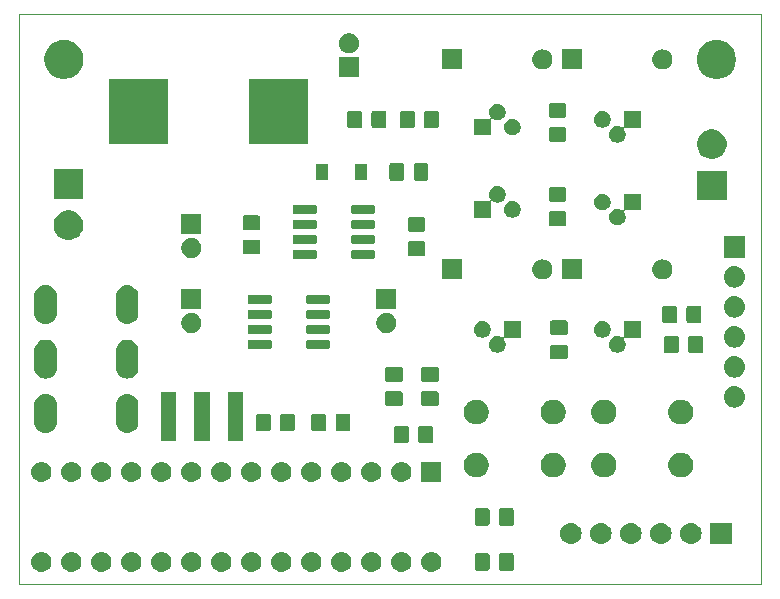
<source format=gbr>
G04 #@! TF.GenerationSoftware,KiCad,Pcbnew,5.1.4*
G04 #@! TF.CreationDate,2019-11-19T03:17:16+01:00*
G04 #@! TF.ProjectId,sclock,73636c6f-636b-42e6-9b69-6361645f7063,rev?*
G04 #@! TF.SameCoordinates,Original*
G04 #@! TF.FileFunction,Soldermask,Top*
G04 #@! TF.FilePolarity,Negative*
%FSLAX46Y46*%
G04 Gerber Fmt 4.6, Leading zero omitted, Abs format (unit mm)*
G04 Created by KiCad (PCBNEW 5.1.4) date 2019-11-19 03:17:16*
%MOMM*%
%LPD*%
G04 APERTURE LIST*
%ADD10C,0.050000*%
%ADD11C,0.100000*%
G04 APERTURE END LIST*
D10*
X128270000Y-60960000D02*
X65405000Y-60960000D01*
X128270000Y-109220000D02*
X128270000Y-60960000D01*
X65405000Y-109220000D02*
X128270000Y-109220000D01*
X65405000Y-60960000D02*
X65405000Y-109220000D01*
D11*
G36*
X100496823Y-106476313D02*
G01*
X100657242Y-106524976D01*
X100769011Y-106584718D01*
X100805078Y-106603996D01*
X100934659Y-106710341D01*
X101041004Y-106839922D01*
X101041005Y-106839924D01*
X101120024Y-106987758D01*
X101168687Y-107148177D01*
X101185117Y-107315000D01*
X101168687Y-107481823D01*
X101120024Y-107642242D01*
X101049114Y-107774906D01*
X101041004Y-107790078D01*
X100934659Y-107919659D01*
X100805078Y-108026004D01*
X100805076Y-108026005D01*
X100657242Y-108105024D01*
X100496823Y-108153687D01*
X100371804Y-108166000D01*
X100288196Y-108166000D01*
X100163177Y-108153687D01*
X100002758Y-108105024D01*
X99854924Y-108026005D01*
X99854922Y-108026004D01*
X99725341Y-107919659D01*
X99618996Y-107790078D01*
X99610886Y-107774906D01*
X99539976Y-107642242D01*
X99491313Y-107481823D01*
X99474883Y-107315000D01*
X99491313Y-107148177D01*
X99539976Y-106987758D01*
X99618995Y-106839924D01*
X99618996Y-106839922D01*
X99725341Y-106710341D01*
X99854922Y-106603996D01*
X99890989Y-106584718D01*
X100002758Y-106524976D01*
X100163177Y-106476313D01*
X100288196Y-106464000D01*
X100371804Y-106464000D01*
X100496823Y-106476313D01*
X100496823Y-106476313D01*
G37*
G36*
X95416823Y-106476313D02*
G01*
X95577242Y-106524976D01*
X95689011Y-106584718D01*
X95725078Y-106603996D01*
X95854659Y-106710341D01*
X95961004Y-106839922D01*
X95961005Y-106839924D01*
X96040024Y-106987758D01*
X96088687Y-107148177D01*
X96105117Y-107315000D01*
X96088687Y-107481823D01*
X96040024Y-107642242D01*
X95969114Y-107774906D01*
X95961004Y-107790078D01*
X95854659Y-107919659D01*
X95725078Y-108026004D01*
X95725076Y-108026005D01*
X95577242Y-108105024D01*
X95416823Y-108153687D01*
X95291804Y-108166000D01*
X95208196Y-108166000D01*
X95083177Y-108153687D01*
X94922758Y-108105024D01*
X94774924Y-108026005D01*
X94774922Y-108026004D01*
X94645341Y-107919659D01*
X94538996Y-107790078D01*
X94530886Y-107774906D01*
X94459976Y-107642242D01*
X94411313Y-107481823D01*
X94394883Y-107315000D01*
X94411313Y-107148177D01*
X94459976Y-106987758D01*
X94538995Y-106839924D01*
X94538996Y-106839922D01*
X94645341Y-106710341D01*
X94774922Y-106603996D01*
X94810989Y-106584718D01*
X94922758Y-106524976D01*
X95083177Y-106476313D01*
X95208196Y-106464000D01*
X95291804Y-106464000D01*
X95416823Y-106476313D01*
X95416823Y-106476313D01*
G37*
G36*
X92876823Y-106476313D02*
G01*
X93037242Y-106524976D01*
X93149011Y-106584718D01*
X93185078Y-106603996D01*
X93314659Y-106710341D01*
X93421004Y-106839922D01*
X93421005Y-106839924D01*
X93500024Y-106987758D01*
X93548687Y-107148177D01*
X93565117Y-107315000D01*
X93548687Y-107481823D01*
X93500024Y-107642242D01*
X93429114Y-107774906D01*
X93421004Y-107790078D01*
X93314659Y-107919659D01*
X93185078Y-108026004D01*
X93185076Y-108026005D01*
X93037242Y-108105024D01*
X92876823Y-108153687D01*
X92751804Y-108166000D01*
X92668196Y-108166000D01*
X92543177Y-108153687D01*
X92382758Y-108105024D01*
X92234924Y-108026005D01*
X92234922Y-108026004D01*
X92105341Y-107919659D01*
X91998996Y-107790078D01*
X91990886Y-107774906D01*
X91919976Y-107642242D01*
X91871313Y-107481823D01*
X91854883Y-107315000D01*
X91871313Y-107148177D01*
X91919976Y-106987758D01*
X91998995Y-106839924D01*
X91998996Y-106839922D01*
X92105341Y-106710341D01*
X92234922Y-106603996D01*
X92270989Y-106584718D01*
X92382758Y-106524976D01*
X92543177Y-106476313D01*
X92668196Y-106464000D01*
X92751804Y-106464000D01*
X92876823Y-106476313D01*
X92876823Y-106476313D01*
G37*
G36*
X90336823Y-106476313D02*
G01*
X90497242Y-106524976D01*
X90609011Y-106584718D01*
X90645078Y-106603996D01*
X90774659Y-106710341D01*
X90881004Y-106839922D01*
X90881005Y-106839924D01*
X90960024Y-106987758D01*
X91008687Y-107148177D01*
X91025117Y-107315000D01*
X91008687Y-107481823D01*
X90960024Y-107642242D01*
X90889114Y-107774906D01*
X90881004Y-107790078D01*
X90774659Y-107919659D01*
X90645078Y-108026004D01*
X90645076Y-108026005D01*
X90497242Y-108105024D01*
X90336823Y-108153687D01*
X90211804Y-108166000D01*
X90128196Y-108166000D01*
X90003177Y-108153687D01*
X89842758Y-108105024D01*
X89694924Y-108026005D01*
X89694922Y-108026004D01*
X89565341Y-107919659D01*
X89458996Y-107790078D01*
X89450886Y-107774906D01*
X89379976Y-107642242D01*
X89331313Y-107481823D01*
X89314883Y-107315000D01*
X89331313Y-107148177D01*
X89379976Y-106987758D01*
X89458995Y-106839924D01*
X89458996Y-106839922D01*
X89565341Y-106710341D01*
X89694922Y-106603996D01*
X89730989Y-106584718D01*
X89842758Y-106524976D01*
X90003177Y-106476313D01*
X90128196Y-106464000D01*
X90211804Y-106464000D01*
X90336823Y-106476313D01*
X90336823Y-106476313D01*
G37*
G36*
X87796823Y-106476313D02*
G01*
X87957242Y-106524976D01*
X88069011Y-106584718D01*
X88105078Y-106603996D01*
X88234659Y-106710341D01*
X88341004Y-106839922D01*
X88341005Y-106839924D01*
X88420024Y-106987758D01*
X88468687Y-107148177D01*
X88485117Y-107315000D01*
X88468687Y-107481823D01*
X88420024Y-107642242D01*
X88349114Y-107774906D01*
X88341004Y-107790078D01*
X88234659Y-107919659D01*
X88105078Y-108026004D01*
X88105076Y-108026005D01*
X87957242Y-108105024D01*
X87796823Y-108153687D01*
X87671804Y-108166000D01*
X87588196Y-108166000D01*
X87463177Y-108153687D01*
X87302758Y-108105024D01*
X87154924Y-108026005D01*
X87154922Y-108026004D01*
X87025341Y-107919659D01*
X86918996Y-107790078D01*
X86910886Y-107774906D01*
X86839976Y-107642242D01*
X86791313Y-107481823D01*
X86774883Y-107315000D01*
X86791313Y-107148177D01*
X86839976Y-106987758D01*
X86918995Y-106839924D01*
X86918996Y-106839922D01*
X87025341Y-106710341D01*
X87154922Y-106603996D01*
X87190989Y-106584718D01*
X87302758Y-106524976D01*
X87463177Y-106476313D01*
X87588196Y-106464000D01*
X87671804Y-106464000D01*
X87796823Y-106476313D01*
X87796823Y-106476313D01*
G37*
G36*
X85256823Y-106476313D02*
G01*
X85417242Y-106524976D01*
X85529011Y-106584718D01*
X85565078Y-106603996D01*
X85694659Y-106710341D01*
X85801004Y-106839922D01*
X85801005Y-106839924D01*
X85880024Y-106987758D01*
X85928687Y-107148177D01*
X85945117Y-107315000D01*
X85928687Y-107481823D01*
X85880024Y-107642242D01*
X85809114Y-107774906D01*
X85801004Y-107790078D01*
X85694659Y-107919659D01*
X85565078Y-108026004D01*
X85565076Y-108026005D01*
X85417242Y-108105024D01*
X85256823Y-108153687D01*
X85131804Y-108166000D01*
X85048196Y-108166000D01*
X84923177Y-108153687D01*
X84762758Y-108105024D01*
X84614924Y-108026005D01*
X84614922Y-108026004D01*
X84485341Y-107919659D01*
X84378996Y-107790078D01*
X84370886Y-107774906D01*
X84299976Y-107642242D01*
X84251313Y-107481823D01*
X84234883Y-107315000D01*
X84251313Y-107148177D01*
X84299976Y-106987758D01*
X84378995Y-106839924D01*
X84378996Y-106839922D01*
X84485341Y-106710341D01*
X84614922Y-106603996D01*
X84650989Y-106584718D01*
X84762758Y-106524976D01*
X84923177Y-106476313D01*
X85048196Y-106464000D01*
X85131804Y-106464000D01*
X85256823Y-106476313D01*
X85256823Y-106476313D01*
G37*
G36*
X82716823Y-106476313D02*
G01*
X82877242Y-106524976D01*
X82989011Y-106584718D01*
X83025078Y-106603996D01*
X83154659Y-106710341D01*
X83261004Y-106839922D01*
X83261005Y-106839924D01*
X83340024Y-106987758D01*
X83388687Y-107148177D01*
X83405117Y-107315000D01*
X83388687Y-107481823D01*
X83340024Y-107642242D01*
X83269114Y-107774906D01*
X83261004Y-107790078D01*
X83154659Y-107919659D01*
X83025078Y-108026004D01*
X83025076Y-108026005D01*
X82877242Y-108105024D01*
X82716823Y-108153687D01*
X82591804Y-108166000D01*
X82508196Y-108166000D01*
X82383177Y-108153687D01*
X82222758Y-108105024D01*
X82074924Y-108026005D01*
X82074922Y-108026004D01*
X81945341Y-107919659D01*
X81838996Y-107790078D01*
X81830886Y-107774906D01*
X81759976Y-107642242D01*
X81711313Y-107481823D01*
X81694883Y-107315000D01*
X81711313Y-107148177D01*
X81759976Y-106987758D01*
X81838995Y-106839924D01*
X81838996Y-106839922D01*
X81945341Y-106710341D01*
X82074922Y-106603996D01*
X82110989Y-106584718D01*
X82222758Y-106524976D01*
X82383177Y-106476313D01*
X82508196Y-106464000D01*
X82591804Y-106464000D01*
X82716823Y-106476313D01*
X82716823Y-106476313D01*
G37*
G36*
X80176823Y-106476313D02*
G01*
X80337242Y-106524976D01*
X80449011Y-106584718D01*
X80485078Y-106603996D01*
X80614659Y-106710341D01*
X80721004Y-106839922D01*
X80721005Y-106839924D01*
X80800024Y-106987758D01*
X80848687Y-107148177D01*
X80865117Y-107315000D01*
X80848687Y-107481823D01*
X80800024Y-107642242D01*
X80729114Y-107774906D01*
X80721004Y-107790078D01*
X80614659Y-107919659D01*
X80485078Y-108026004D01*
X80485076Y-108026005D01*
X80337242Y-108105024D01*
X80176823Y-108153687D01*
X80051804Y-108166000D01*
X79968196Y-108166000D01*
X79843177Y-108153687D01*
X79682758Y-108105024D01*
X79534924Y-108026005D01*
X79534922Y-108026004D01*
X79405341Y-107919659D01*
X79298996Y-107790078D01*
X79290886Y-107774906D01*
X79219976Y-107642242D01*
X79171313Y-107481823D01*
X79154883Y-107315000D01*
X79171313Y-107148177D01*
X79219976Y-106987758D01*
X79298995Y-106839924D01*
X79298996Y-106839922D01*
X79405341Y-106710341D01*
X79534922Y-106603996D01*
X79570989Y-106584718D01*
X79682758Y-106524976D01*
X79843177Y-106476313D01*
X79968196Y-106464000D01*
X80051804Y-106464000D01*
X80176823Y-106476313D01*
X80176823Y-106476313D01*
G37*
G36*
X77636823Y-106476313D02*
G01*
X77797242Y-106524976D01*
X77909011Y-106584718D01*
X77945078Y-106603996D01*
X78074659Y-106710341D01*
X78181004Y-106839922D01*
X78181005Y-106839924D01*
X78260024Y-106987758D01*
X78308687Y-107148177D01*
X78325117Y-107315000D01*
X78308687Y-107481823D01*
X78260024Y-107642242D01*
X78189114Y-107774906D01*
X78181004Y-107790078D01*
X78074659Y-107919659D01*
X77945078Y-108026004D01*
X77945076Y-108026005D01*
X77797242Y-108105024D01*
X77636823Y-108153687D01*
X77511804Y-108166000D01*
X77428196Y-108166000D01*
X77303177Y-108153687D01*
X77142758Y-108105024D01*
X76994924Y-108026005D01*
X76994922Y-108026004D01*
X76865341Y-107919659D01*
X76758996Y-107790078D01*
X76750886Y-107774906D01*
X76679976Y-107642242D01*
X76631313Y-107481823D01*
X76614883Y-107315000D01*
X76631313Y-107148177D01*
X76679976Y-106987758D01*
X76758995Y-106839924D01*
X76758996Y-106839922D01*
X76865341Y-106710341D01*
X76994922Y-106603996D01*
X77030989Y-106584718D01*
X77142758Y-106524976D01*
X77303177Y-106476313D01*
X77428196Y-106464000D01*
X77511804Y-106464000D01*
X77636823Y-106476313D01*
X77636823Y-106476313D01*
G37*
G36*
X75096823Y-106476313D02*
G01*
X75257242Y-106524976D01*
X75369011Y-106584718D01*
X75405078Y-106603996D01*
X75534659Y-106710341D01*
X75641004Y-106839922D01*
X75641005Y-106839924D01*
X75720024Y-106987758D01*
X75768687Y-107148177D01*
X75785117Y-107315000D01*
X75768687Y-107481823D01*
X75720024Y-107642242D01*
X75649114Y-107774906D01*
X75641004Y-107790078D01*
X75534659Y-107919659D01*
X75405078Y-108026004D01*
X75405076Y-108026005D01*
X75257242Y-108105024D01*
X75096823Y-108153687D01*
X74971804Y-108166000D01*
X74888196Y-108166000D01*
X74763177Y-108153687D01*
X74602758Y-108105024D01*
X74454924Y-108026005D01*
X74454922Y-108026004D01*
X74325341Y-107919659D01*
X74218996Y-107790078D01*
X74210886Y-107774906D01*
X74139976Y-107642242D01*
X74091313Y-107481823D01*
X74074883Y-107315000D01*
X74091313Y-107148177D01*
X74139976Y-106987758D01*
X74218995Y-106839924D01*
X74218996Y-106839922D01*
X74325341Y-106710341D01*
X74454922Y-106603996D01*
X74490989Y-106584718D01*
X74602758Y-106524976D01*
X74763177Y-106476313D01*
X74888196Y-106464000D01*
X74971804Y-106464000D01*
X75096823Y-106476313D01*
X75096823Y-106476313D01*
G37*
G36*
X72556823Y-106476313D02*
G01*
X72717242Y-106524976D01*
X72829011Y-106584718D01*
X72865078Y-106603996D01*
X72994659Y-106710341D01*
X73101004Y-106839922D01*
X73101005Y-106839924D01*
X73180024Y-106987758D01*
X73228687Y-107148177D01*
X73245117Y-107315000D01*
X73228687Y-107481823D01*
X73180024Y-107642242D01*
X73109114Y-107774906D01*
X73101004Y-107790078D01*
X72994659Y-107919659D01*
X72865078Y-108026004D01*
X72865076Y-108026005D01*
X72717242Y-108105024D01*
X72556823Y-108153687D01*
X72431804Y-108166000D01*
X72348196Y-108166000D01*
X72223177Y-108153687D01*
X72062758Y-108105024D01*
X71914924Y-108026005D01*
X71914922Y-108026004D01*
X71785341Y-107919659D01*
X71678996Y-107790078D01*
X71670886Y-107774906D01*
X71599976Y-107642242D01*
X71551313Y-107481823D01*
X71534883Y-107315000D01*
X71551313Y-107148177D01*
X71599976Y-106987758D01*
X71678995Y-106839924D01*
X71678996Y-106839922D01*
X71785341Y-106710341D01*
X71914922Y-106603996D01*
X71950989Y-106584718D01*
X72062758Y-106524976D01*
X72223177Y-106476313D01*
X72348196Y-106464000D01*
X72431804Y-106464000D01*
X72556823Y-106476313D01*
X72556823Y-106476313D01*
G37*
G36*
X70016823Y-106476313D02*
G01*
X70177242Y-106524976D01*
X70289011Y-106584718D01*
X70325078Y-106603996D01*
X70454659Y-106710341D01*
X70561004Y-106839922D01*
X70561005Y-106839924D01*
X70640024Y-106987758D01*
X70688687Y-107148177D01*
X70705117Y-107315000D01*
X70688687Y-107481823D01*
X70640024Y-107642242D01*
X70569114Y-107774906D01*
X70561004Y-107790078D01*
X70454659Y-107919659D01*
X70325078Y-108026004D01*
X70325076Y-108026005D01*
X70177242Y-108105024D01*
X70016823Y-108153687D01*
X69891804Y-108166000D01*
X69808196Y-108166000D01*
X69683177Y-108153687D01*
X69522758Y-108105024D01*
X69374924Y-108026005D01*
X69374922Y-108026004D01*
X69245341Y-107919659D01*
X69138996Y-107790078D01*
X69130886Y-107774906D01*
X69059976Y-107642242D01*
X69011313Y-107481823D01*
X68994883Y-107315000D01*
X69011313Y-107148177D01*
X69059976Y-106987758D01*
X69138995Y-106839924D01*
X69138996Y-106839922D01*
X69245341Y-106710341D01*
X69374922Y-106603996D01*
X69410989Y-106584718D01*
X69522758Y-106524976D01*
X69683177Y-106476313D01*
X69808196Y-106464000D01*
X69891804Y-106464000D01*
X70016823Y-106476313D01*
X70016823Y-106476313D01*
G37*
G36*
X67476823Y-106476313D02*
G01*
X67637242Y-106524976D01*
X67749011Y-106584718D01*
X67785078Y-106603996D01*
X67914659Y-106710341D01*
X68021004Y-106839922D01*
X68021005Y-106839924D01*
X68100024Y-106987758D01*
X68148687Y-107148177D01*
X68165117Y-107315000D01*
X68148687Y-107481823D01*
X68100024Y-107642242D01*
X68029114Y-107774906D01*
X68021004Y-107790078D01*
X67914659Y-107919659D01*
X67785078Y-108026004D01*
X67785076Y-108026005D01*
X67637242Y-108105024D01*
X67476823Y-108153687D01*
X67351804Y-108166000D01*
X67268196Y-108166000D01*
X67143177Y-108153687D01*
X66982758Y-108105024D01*
X66834924Y-108026005D01*
X66834922Y-108026004D01*
X66705341Y-107919659D01*
X66598996Y-107790078D01*
X66590886Y-107774906D01*
X66519976Y-107642242D01*
X66471313Y-107481823D01*
X66454883Y-107315000D01*
X66471313Y-107148177D01*
X66519976Y-106987758D01*
X66598995Y-106839924D01*
X66598996Y-106839922D01*
X66705341Y-106710341D01*
X66834922Y-106603996D01*
X66870989Y-106584718D01*
X66982758Y-106524976D01*
X67143177Y-106476313D01*
X67268196Y-106464000D01*
X67351804Y-106464000D01*
X67476823Y-106476313D01*
X67476823Y-106476313D01*
G37*
G36*
X97956823Y-106476313D02*
G01*
X98117242Y-106524976D01*
X98229011Y-106584718D01*
X98265078Y-106603996D01*
X98394659Y-106710341D01*
X98501004Y-106839922D01*
X98501005Y-106839924D01*
X98580024Y-106987758D01*
X98628687Y-107148177D01*
X98645117Y-107315000D01*
X98628687Y-107481823D01*
X98580024Y-107642242D01*
X98509114Y-107774906D01*
X98501004Y-107790078D01*
X98394659Y-107919659D01*
X98265078Y-108026004D01*
X98265076Y-108026005D01*
X98117242Y-108105024D01*
X97956823Y-108153687D01*
X97831804Y-108166000D01*
X97748196Y-108166000D01*
X97623177Y-108153687D01*
X97462758Y-108105024D01*
X97314924Y-108026005D01*
X97314922Y-108026004D01*
X97185341Y-107919659D01*
X97078996Y-107790078D01*
X97070886Y-107774906D01*
X96999976Y-107642242D01*
X96951313Y-107481823D01*
X96934883Y-107315000D01*
X96951313Y-107148177D01*
X96999976Y-106987758D01*
X97078995Y-106839924D01*
X97078996Y-106839922D01*
X97185341Y-106710341D01*
X97314922Y-106603996D01*
X97350989Y-106584718D01*
X97462758Y-106524976D01*
X97623177Y-106476313D01*
X97748196Y-106464000D01*
X97831804Y-106464000D01*
X97956823Y-106476313D01*
X97956823Y-106476313D01*
G37*
G36*
X107143674Y-106568465D02*
G01*
X107181367Y-106579899D01*
X107216103Y-106598466D01*
X107246548Y-106623452D01*
X107271534Y-106653897D01*
X107290101Y-106688633D01*
X107301535Y-106726326D01*
X107306000Y-106771661D01*
X107306000Y-107858339D01*
X107301535Y-107903674D01*
X107290101Y-107941367D01*
X107271534Y-107976103D01*
X107246548Y-108006548D01*
X107216103Y-108031534D01*
X107181367Y-108050101D01*
X107143674Y-108061535D01*
X107098339Y-108066000D01*
X106261661Y-108066000D01*
X106216326Y-108061535D01*
X106178633Y-108050101D01*
X106143897Y-108031534D01*
X106113452Y-108006548D01*
X106088466Y-107976103D01*
X106069899Y-107941367D01*
X106058465Y-107903674D01*
X106054000Y-107858339D01*
X106054000Y-106771661D01*
X106058465Y-106726326D01*
X106069899Y-106688633D01*
X106088466Y-106653897D01*
X106113452Y-106623452D01*
X106143897Y-106598466D01*
X106178633Y-106579899D01*
X106216326Y-106568465D01*
X106261661Y-106564000D01*
X107098339Y-106564000D01*
X107143674Y-106568465D01*
X107143674Y-106568465D01*
G37*
G36*
X105093674Y-106568465D02*
G01*
X105131367Y-106579899D01*
X105166103Y-106598466D01*
X105196548Y-106623452D01*
X105221534Y-106653897D01*
X105240101Y-106688633D01*
X105251535Y-106726326D01*
X105256000Y-106771661D01*
X105256000Y-107858339D01*
X105251535Y-107903674D01*
X105240101Y-107941367D01*
X105221534Y-107976103D01*
X105196548Y-108006548D01*
X105166103Y-108031534D01*
X105131367Y-108050101D01*
X105093674Y-108061535D01*
X105048339Y-108066000D01*
X104211661Y-108066000D01*
X104166326Y-108061535D01*
X104128633Y-108050101D01*
X104093897Y-108031534D01*
X104063452Y-108006548D01*
X104038466Y-107976103D01*
X104019899Y-107941367D01*
X104008465Y-107903674D01*
X104004000Y-107858339D01*
X104004000Y-106771661D01*
X104008465Y-106726326D01*
X104019899Y-106688633D01*
X104038466Y-106653897D01*
X104063452Y-106623452D01*
X104093897Y-106598466D01*
X104128633Y-106579899D01*
X104166326Y-106568465D01*
X104211661Y-106564000D01*
X105048339Y-106564000D01*
X105093674Y-106568465D01*
X105093674Y-106568465D01*
G37*
G36*
X125742000Y-105803000D02*
G01*
X123940000Y-105803000D01*
X123940000Y-104001000D01*
X125742000Y-104001000D01*
X125742000Y-105803000D01*
X125742000Y-105803000D01*
G37*
G36*
X112251443Y-104007519D02*
G01*
X112317627Y-104014037D01*
X112487466Y-104065557D01*
X112643991Y-104149222D01*
X112664560Y-104166103D01*
X112781186Y-104261814D01*
X112864448Y-104363271D01*
X112893778Y-104399009D01*
X112977443Y-104555534D01*
X113028963Y-104725373D01*
X113046359Y-104902000D01*
X113028963Y-105078627D01*
X112977443Y-105248466D01*
X112893778Y-105404991D01*
X112864448Y-105440729D01*
X112781186Y-105542186D01*
X112679729Y-105625448D01*
X112643991Y-105654778D01*
X112487466Y-105738443D01*
X112317627Y-105789963D01*
X112251442Y-105796482D01*
X112185260Y-105803000D01*
X112096740Y-105803000D01*
X112030558Y-105796482D01*
X111964373Y-105789963D01*
X111794534Y-105738443D01*
X111638009Y-105654778D01*
X111602271Y-105625448D01*
X111500814Y-105542186D01*
X111417552Y-105440729D01*
X111388222Y-105404991D01*
X111304557Y-105248466D01*
X111253037Y-105078627D01*
X111235641Y-104902000D01*
X111253037Y-104725373D01*
X111304557Y-104555534D01*
X111388222Y-104399009D01*
X111417552Y-104363271D01*
X111500814Y-104261814D01*
X111617440Y-104166103D01*
X111638009Y-104149222D01*
X111794534Y-104065557D01*
X111964373Y-104014037D01*
X112030558Y-104007518D01*
X112096740Y-104001000D01*
X112185260Y-104001000D01*
X112251443Y-104007519D01*
X112251443Y-104007519D01*
G37*
G36*
X114791443Y-104007519D02*
G01*
X114857627Y-104014037D01*
X115027466Y-104065557D01*
X115183991Y-104149222D01*
X115204560Y-104166103D01*
X115321186Y-104261814D01*
X115404448Y-104363271D01*
X115433778Y-104399009D01*
X115517443Y-104555534D01*
X115568963Y-104725373D01*
X115586359Y-104902000D01*
X115568963Y-105078627D01*
X115517443Y-105248466D01*
X115433778Y-105404991D01*
X115404448Y-105440729D01*
X115321186Y-105542186D01*
X115219729Y-105625448D01*
X115183991Y-105654778D01*
X115027466Y-105738443D01*
X114857627Y-105789963D01*
X114791442Y-105796482D01*
X114725260Y-105803000D01*
X114636740Y-105803000D01*
X114570558Y-105796482D01*
X114504373Y-105789963D01*
X114334534Y-105738443D01*
X114178009Y-105654778D01*
X114142271Y-105625448D01*
X114040814Y-105542186D01*
X113957552Y-105440729D01*
X113928222Y-105404991D01*
X113844557Y-105248466D01*
X113793037Y-105078627D01*
X113775641Y-104902000D01*
X113793037Y-104725373D01*
X113844557Y-104555534D01*
X113928222Y-104399009D01*
X113957552Y-104363271D01*
X114040814Y-104261814D01*
X114157440Y-104166103D01*
X114178009Y-104149222D01*
X114334534Y-104065557D01*
X114504373Y-104014037D01*
X114570558Y-104007518D01*
X114636740Y-104001000D01*
X114725260Y-104001000D01*
X114791443Y-104007519D01*
X114791443Y-104007519D01*
G37*
G36*
X117331443Y-104007519D02*
G01*
X117397627Y-104014037D01*
X117567466Y-104065557D01*
X117723991Y-104149222D01*
X117744560Y-104166103D01*
X117861186Y-104261814D01*
X117944448Y-104363271D01*
X117973778Y-104399009D01*
X118057443Y-104555534D01*
X118108963Y-104725373D01*
X118126359Y-104902000D01*
X118108963Y-105078627D01*
X118057443Y-105248466D01*
X117973778Y-105404991D01*
X117944448Y-105440729D01*
X117861186Y-105542186D01*
X117759729Y-105625448D01*
X117723991Y-105654778D01*
X117567466Y-105738443D01*
X117397627Y-105789963D01*
X117331442Y-105796482D01*
X117265260Y-105803000D01*
X117176740Y-105803000D01*
X117110558Y-105796482D01*
X117044373Y-105789963D01*
X116874534Y-105738443D01*
X116718009Y-105654778D01*
X116682271Y-105625448D01*
X116580814Y-105542186D01*
X116497552Y-105440729D01*
X116468222Y-105404991D01*
X116384557Y-105248466D01*
X116333037Y-105078627D01*
X116315641Y-104902000D01*
X116333037Y-104725373D01*
X116384557Y-104555534D01*
X116468222Y-104399009D01*
X116497552Y-104363271D01*
X116580814Y-104261814D01*
X116697440Y-104166103D01*
X116718009Y-104149222D01*
X116874534Y-104065557D01*
X117044373Y-104014037D01*
X117110558Y-104007518D01*
X117176740Y-104001000D01*
X117265260Y-104001000D01*
X117331443Y-104007519D01*
X117331443Y-104007519D01*
G37*
G36*
X119871443Y-104007519D02*
G01*
X119937627Y-104014037D01*
X120107466Y-104065557D01*
X120263991Y-104149222D01*
X120284560Y-104166103D01*
X120401186Y-104261814D01*
X120484448Y-104363271D01*
X120513778Y-104399009D01*
X120597443Y-104555534D01*
X120648963Y-104725373D01*
X120666359Y-104902000D01*
X120648963Y-105078627D01*
X120597443Y-105248466D01*
X120513778Y-105404991D01*
X120484448Y-105440729D01*
X120401186Y-105542186D01*
X120299729Y-105625448D01*
X120263991Y-105654778D01*
X120107466Y-105738443D01*
X119937627Y-105789963D01*
X119871442Y-105796482D01*
X119805260Y-105803000D01*
X119716740Y-105803000D01*
X119650558Y-105796482D01*
X119584373Y-105789963D01*
X119414534Y-105738443D01*
X119258009Y-105654778D01*
X119222271Y-105625448D01*
X119120814Y-105542186D01*
X119037552Y-105440729D01*
X119008222Y-105404991D01*
X118924557Y-105248466D01*
X118873037Y-105078627D01*
X118855641Y-104902000D01*
X118873037Y-104725373D01*
X118924557Y-104555534D01*
X119008222Y-104399009D01*
X119037552Y-104363271D01*
X119120814Y-104261814D01*
X119237440Y-104166103D01*
X119258009Y-104149222D01*
X119414534Y-104065557D01*
X119584373Y-104014037D01*
X119650558Y-104007518D01*
X119716740Y-104001000D01*
X119805260Y-104001000D01*
X119871443Y-104007519D01*
X119871443Y-104007519D01*
G37*
G36*
X122411443Y-104007519D02*
G01*
X122477627Y-104014037D01*
X122647466Y-104065557D01*
X122803991Y-104149222D01*
X122824560Y-104166103D01*
X122941186Y-104261814D01*
X123024448Y-104363271D01*
X123053778Y-104399009D01*
X123137443Y-104555534D01*
X123188963Y-104725373D01*
X123206359Y-104902000D01*
X123188963Y-105078627D01*
X123137443Y-105248466D01*
X123053778Y-105404991D01*
X123024448Y-105440729D01*
X122941186Y-105542186D01*
X122839729Y-105625448D01*
X122803991Y-105654778D01*
X122647466Y-105738443D01*
X122477627Y-105789963D01*
X122411442Y-105796482D01*
X122345260Y-105803000D01*
X122256740Y-105803000D01*
X122190558Y-105796482D01*
X122124373Y-105789963D01*
X121954534Y-105738443D01*
X121798009Y-105654778D01*
X121762271Y-105625448D01*
X121660814Y-105542186D01*
X121577552Y-105440729D01*
X121548222Y-105404991D01*
X121464557Y-105248466D01*
X121413037Y-105078627D01*
X121395641Y-104902000D01*
X121413037Y-104725373D01*
X121464557Y-104555534D01*
X121548222Y-104399009D01*
X121577552Y-104363271D01*
X121660814Y-104261814D01*
X121777440Y-104166103D01*
X121798009Y-104149222D01*
X121954534Y-104065557D01*
X122124373Y-104014037D01*
X122190558Y-104007518D01*
X122256740Y-104001000D01*
X122345260Y-104001000D01*
X122411443Y-104007519D01*
X122411443Y-104007519D01*
G37*
G36*
X107143674Y-102758465D02*
G01*
X107181367Y-102769899D01*
X107216103Y-102788466D01*
X107246548Y-102813452D01*
X107271534Y-102843897D01*
X107290101Y-102878633D01*
X107301535Y-102916326D01*
X107306000Y-102961661D01*
X107306000Y-104048339D01*
X107301535Y-104093674D01*
X107290101Y-104131367D01*
X107271534Y-104166103D01*
X107246548Y-104196548D01*
X107216103Y-104221534D01*
X107181367Y-104240101D01*
X107143674Y-104251535D01*
X107098339Y-104256000D01*
X106261661Y-104256000D01*
X106216326Y-104251535D01*
X106178633Y-104240101D01*
X106143897Y-104221534D01*
X106113452Y-104196548D01*
X106088466Y-104166103D01*
X106069899Y-104131367D01*
X106058465Y-104093674D01*
X106054000Y-104048339D01*
X106054000Y-102961661D01*
X106058465Y-102916326D01*
X106069899Y-102878633D01*
X106088466Y-102843897D01*
X106113452Y-102813452D01*
X106143897Y-102788466D01*
X106178633Y-102769899D01*
X106216326Y-102758465D01*
X106261661Y-102754000D01*
X107098339Y-102754000D01*
X107143674Y-102758465D01*
X107143674Y-102758465D01*
G37*
G36*
X105093674Y-102758465D02*
G01*
X105131367Y-102769899D01*
X105166103Y-102788466D01*
X105196548Y-102813452D01*
X105221534Y-102843897D01*
X105240101Y-102878633D01*
X105251535Y-102916326D01*
X105256000Y-102961661D01*
X105256000Y-104048339D01*
X105251535Y-104093674D01*
X105240101Y-104131367D01*
X105221534Y-104166103D01*
X105196548Y-104196548D01*
X105166103Y-104221534D01*
X105131367Y-104240101D01*
X105093674Y-104251535D01*
X105048339Y-104256000D01*
X104211661Y-104256000D01*
X104166326Y-104251535D01*
X104128633Y-104240101D01*
X104093897Y-104221534D01*
X104063452Y-104196548D01*
X104038466Y-104166103D01*
X104019899Y-104131367D01*
X104008465Y-104093674D01*
X104004000Y-104048339D01*
X104004000Y-102961661D01*
X104008465Y-102916326D01*
X104019899Y-102878633D01*
X104038466Y-102843897D01*
X104063452Y-102813452D01*
X104093897Y-102788466D01*
X104128633Y-102769899D01*
X104166326Y-102758465D01*
X104211661Y-102754000D01*
X105048339Y-102754000D01*
X105093674Y-102758465D01*
X105093674Y-102758465D01*
G37*
G36*
X90336823Y-98856313D02*
G01*
X90497242Y-98904976D01*
X90629906Y-98975886D01*
X90645078Y-98983996D01*
X90774659Y-99090341D01*
X90881004Y-99219922D01*
X90881005Y-99219924D01*
X90960024Y-99367758D01*
X91008687Y-99528177D01*
X91025117Y-99695000D01*
X91008687Y-99861823D01*
X90960024Y-100022242D01*
X90904772Y-100125611D01*
X90881004Y-100170078D01*
X90774659Y-100299659D01*
X90645078Y-100406004D01*
X90645076Y-100406005D01*
X90497242Y-100485024D01*
X90336823Y-100533687D01*
X90211804Y-100546000D01*
X90128196Y-100546000D01*
X90003177Y-100533687D01*
X89842758Y-100485024D01*
X89694924Y-100406005D01*
X89694922Y-100406004D01*
X89565341Y-100299659D01*
X89458996Y-100170078D01*
X89435228Y-100125611D01*
X89379976Y-100022242D01*
X89331313Y-99861823D01*
X89314883Y-99695000D01*
X89331313Y-99528177D01*
X89379976Y-99367758D01*
X89458995Y-99219924D01*
X89458996Y-99219922D01*
X89565341Y-99090341D01*
X89694922Y-98983996D01*
X89710094Y-98975886D01*
X89842758Y-98904976D01*
X90003177Y-98856313D01*
X90128196Y-98844000D01*
X90211804Y-98844000D01*
X90336823Y-98856313D01*
X90336823Y-98856313D01*
G37*
G36*
X95416823Y-98856313D02*
G01*
X95577242Y-98904976D01*
X95709906Y-98975886D01*
X95725078Y-98983996D01*
X95854659Y-99090341D01*
X95961004Y-99219922D01*
X95961005Y-99219924D01*
X96040024Y-99367758D01*
X96088687Y-99528177D01*
X96105117Y-99695000D01*
X96088687Y-99861823D01*
X96040024Y-100022242D01*
X95984772Y-100125611D01*
X95961004Y-100170078D01*
X95854659Y-100299659D01*
X95725078Y-100406004D01*
X95725076Y-100406005D01*
X95577242Y-100485024D01*
X95416823Y-100533687D01*
X95291804Y-100546000D01*
X95208196Y-100546000D01*
X95083177Y-100533687D01*
X94922758Y-100485024D01*
X94774924Y-100406005D01*
X94774922Y-100406004D01*
X94645341Y-100299659D01*
X94538996Y-100170078D01*
X94515228Y-100125611D01*
X94459976Y-100022242D01*
X94411313Y-99861823D01*
X94394883Y-99695000D01*
X94411313Y-99528177D01*
X94459976Y-99367758D01*
X94538995Y-99219924D01*
X94538996Y-99219922D01*
X94645341Y-99090341D01*
X94774922Y-98983996D01*
X94790094Y-98975886D01*
X94922758Y-98904976D01*
X95083177Y-98856313D01*
X95208196Y-98844000D01*
X95291804Y-98844000D01*
X95416823Y-98856313D01*
X95416823Y-98856313D01*
G37*
G36*
X87796823Y-98856313D02*
G01*
X87957242Y-98904976D01*
X88089906Y-98975886D01*
X88105078Y-98983996D01*
X88234659Y-99090341D01*
X88341004Y-99219922D01*
X88341005Y-99219924D01*
X88420024Y-99367758D01*
X88468687Y-99528177D01*
X88485117Y-99695000D01*
X88468687Y-99861823D01*
X88420024Y-100022242D01*
X88364772Y-100125611D01*
X88341004Y-100170078D01*
X88234659Y-100299659D01*
X88105078Y-100406004D01*
X88105076Y-100406005D01*
X87957242Y-100485024D01*
X87796823Y-100533687D01*
X87671804Y-100546000D01*
X87588196Y-100546000D01*
X87463177Y-100533687D01*
X87302758Y-100485024D01*
X87154924Y-100406005D01*
X87154922Y-100406004D01*
X87025341Y-100299659D01*
X86918996Y-100170078D01*
X86895228Y-100125611D01*
X86839976Y-100022242D01*
X86791313Y-99861823D01*
X86774883Y-99695000D01*
X86791313Y-99528177D01*
X86839976Y-99367758D01*
X86918995Y-99219924D01*
X86918996Y-99219922D01*
X87025341Y-99090341D01*
X87154922Y-98983996D01*
X87170094Y-98975886D01*
X87302758Y-98904976D01*
X87463177Y-98856313D01*
X87588196Y-98844000D01*
X87671804Y-98844000D01*
X87796823Y-98856313D01*
X87796823Y-98856313D01*
G37*
G36*
X97956823Y-98856313D02*
G01*
X98117242Y-98904976D01*
X98249906Y-98975886D01*
X98265078Y-98983996D01*
X98394659Y-99090341D01*
X98501004Y-99219922D01*
X98501005Y-99219924D01*
X98580024Y-99367758D01*
X98628687Y-99528177D01*
X98645117Y-99695000D01*
X98628687Y-99861823D01*
X98580024Y-100022242D01*
X98524772Y-100125611D01*
X98501004Y-100170078D01*
X98394659Y-100299659D01*
X98265078Y-100406004D01*
X98265076Y-100406005D01*
X98117242Y-100485024D01*
X97956823Y-100533687D01*
X97831804Y-100546000D01*
X97748196Y-100546000D01*
X97623177Y-100533687D01*
X97462758Y-100485024D01*
X97314924Y-100406005D01*
X97314922Y-100406004D01*
X97185341Y-100299659D01*
X97078996Y-100170078D01*
X97055228Y-100125611D01*
X96999976Y-100022242D01*
X96951313Y-99861823D01*
X96934883Y-99695000D01*
X96951313Y-99528177D01*
X96999976Y-99367758D01*
X97078995Y-99219924D01*
X97078996Y-99219922D01*
X97185341Y-99090341D01*
X97314922Y-98983996D01*
X97330094Y-98975886D01*
X97462758Y-98904976D01*
X97623177Y-98856313D01*
X97748196Y-98844000D01*
X97831804Y-98844000D01*
X97956823Y-98856313D01*
X97956823Y-98856313D01*
G37*
G36*
X85256823Y-98856313D02*
G01*
X85417242Y-98904976D01*
X85549906Y-98975886D01*
X85565078Y-98983996D01*
X85694659Y-99090341D01*
X85801004Y-99219922D01*
X85801005Y-99219924D01*
X85880024Y-99367758D01*
X85928687Y-99528177D01*
X85945117Y-99695000D01*
X85928687Y-99861823D01*
X85880024Y-100022242D01*
X85824772Y-100125611D01*
X85801004Y-100170078D01*
X85694659Y-100299659D01*
X85565078Y-100406004D01*
X85565076Y-100406005D01*
X85417242Y-100485024D01*
X85256823Y-100533687D01*
X85131804Y-100546000D01*
X85048196Y-100546000D01*
X84923177Y-100533687D01*
X84762758Y-100485024D01*
X84614924Y-100406005D01*
X84614922Y-100406004D01*
X84485341Y-100299659D01*
X84378996Y-100170078D01*
X84355228Y-100125611D01*
X84299976Y-100022242D01*
X84251313Y-99861823D01*
X84234883Y-99695000D01*
X84251313Y-99528177D01*
X84299976Y-99367758D01*
X84378995Y-99219924D01*
X84378996Y-99219922D01*
X84485341Y-99090341D01*
X84614922Y-98983996D01*
X84630094Y-98975886D01*
X84762758Y-98904976D01*
X84923177Y-98856313D01*
X85048196Y-98844000D01*
X85131804Y-98844000D01*
X85256823Y-98856313D01*
X85256823Y-98856313D01*
G37*
G36*
X101181000Y-100546000D02*
G01*
X99479000Y-100546000D01*
X99479000Y-98844000D01*
X101181000Y-98844000D01*
X101181000Y-100546000D01*
X101181000Y-100546000D01*
G37*
G36*
X67476823Y-98856313D02*
G01*
X67637242Y-98904976D01*
X67769906Y-98975886D01*
X67785078Y-98983996D01*
X67914659Y-99090341D01*
X68021004Y-99219922D01*
X68021005Y-99219924D01*
X68100024Y-99367758D01*
X68148687Y-99528177D01*
X68165117Y-99695000D01*
X68148687Y-99861823D01*
X68100024Y-100022242D01*
X68044772Y-100125611D01*
X68021004Y-100170078D01*
X67914659Y-100299659D01*
X67785078Y-100406004D01*
X67785076Y-100406005D01*
X67637242Y-100485024D01*
X67476823Y-100533687D01*
X67351804Y-100546000D01*
X67268196Y-100546000D01*
X67143177Y-100533687D01*
X66982758Y-100485024D01*
X66834924Y-100406005D01*
X66834922Y-100406004D01*
X66705341Y-100299659D01*
X66598996Y-100170078D01*
X66575228Y-100125611D01*
X66519976Y-100022242D01*
X66471313Y-99861823D01*
X66454883Y-99695000D01*
X66471313Y-99528177D01*
X66519976Y-99367758D01*
X66598995Y-99219924D01*
X66598996Y-99219922D01*
X66705341Y-99090341D01*
X66834922Y-98983996D01*
X66850094Y-98975886D01*
X66982758Y-98904976D01*
X67143177Y-98856313D01*
X67268196Y-98844000D01*
X67351804Y-98844000D01*
X67476823Y-98856313D01*
X67476823Y-98856313D01*
G37*
G36*
X82716823Y-98856313D02*
G01*
X82877242Y-98904976D01*
X83009906Y-98975886D01*
X83025078Y-98983996D01*
X83154659Y-99090341D01*
X83261004Y-99219922D01*
X83261005Y-99219924D01*
X83340024Y-99367758D01*
X83388687Y-99528177D01*
X83405117Y-99695000D01*
X83388687Y-99861823D01*
X83340024Y-100022242D01*
X83284772Y-100125611D01*
X83261004Y-100170078D01*
X83154659Y-100299659D01*
X83025078Y-100406004D01*
X83025076Y-100406005D01*
X82877242Y-100485024D01*
X82716823Y-100533687D01*
X82591804Y-100546000D01*
X82508196Y-100546000D01*
X82383177Y-100533687D01*
X82222758Y-100485024D01*
X82074924Y-100406005D01*
X82074922Y-100406004D01*
X81945341Y-100299659D01*
X81838996Y-100170078D01*
X81815228Y-100125611D01*
X81759976Y-100022242D01*
X81711313Y-99861823D01*
X81694883Y-99695000D01*
X81711313Y-99528177D01*
X81759976Y-99367758D01*
X81838995Y-99219924D01*
X81838996Y-99219922D01*
X81945341Y-99090341D01*
X82074922Y-98983996D01*
X82090094Y-98975886D01*
X82222758Y-98904976D01*
X82383177Y-98856313D01*
X82508196Y-98844000D01*
X82591804Y-98844000D01*
X82716823Y-98856313D01*
X82716823Y-98856313D01*
G37*
G36*
X72556823Y-98856313D02*
G01*
X72717242Y-98904976D01*
X72849906Y-98975886D01*
X72865078Y-98983996D01*
X72994659Y-99090341D01*
X73101004Y-99219922D01*
X73101005Y-99219924D01*
X73180024Y-99367758D01*
X73228687Y-99528177D01*
X73245117Y-99695000D01*
X73228687Y-99861823D01*
X73180024Y-100022242D01*
X73124772Y-100125611D01*
X73101004Y-100170078D01*
X72994659Y-100299659D01*
X72865078Y-100406004D01*
X72865076Y-100406005D01*
X72717242Y-100485024D01*
X72556823Y-100533687D01*
X72431804Y-100546000D01*
X72348196Y-100546000D01*
X72223177Y-100533687D01*
X72062758Y-100485024D01*
X71914924Y-100406005D01*
X71914922Y-100406004D01*
X71785341Y-100299659D01*
X71678996Y-100170078D01*
X71655228Y-100125611D01*
X71599976Y-100022242D01*
X71551313Y-99861823D01*
X71534883Y-99695000D01*
X71551313Y-99528177D01*
X71599976Y-99367758D01*
X71678995Y-99219924D01*
X71678996Y-99219922D01*
X71785341Y-99090341D01*
X71914922Y-98983996D01*
X71930094Y-98975886D01*
X72062758Y-98904976D01*
X72223177Y-98856313D01*
X72348196Y-98844000D01*
X72431804Y-98844000D01*
X72556823Y-98856313D01*
X72556823Y-98856313D01*
G37*
G36*
X80176823Y-98856313D02*
G01*
X80337242Y-98904976D01*
X80469906Y-98975886D01*
X80485078Y-98983996D01*
X80614659Y-99090341D01*
X80721004Y-99219922D01*
X80721005Y-99219924D01*
X80800024Y-99367758D01*
X80848687Y-99528177D01*
X80865117Y-99695000D01*
X80848687Y-99861823D01*
X80800024Y-100022242D01*
X80744772Y-100125611D01*
X80721004Y-100170078D01*
X80614659Y-100299659D01*
X80485078Y-100406004D01*
X80485076Y-100406005D01*
X80337242Y-100485024D01*
X80176823Y-100533687D01*
X80051804Y-100546000D01*
X79968196Y-100546000D01*
X79843177Y-100533687D01*
X79682758Y-100485024D01*
X79534924Y-100406005D01*
X79534922Y-100406004D01*
X79405341Y-100299659D01*
X79298996Y-100170078D01*
X79275228Y-100125611D01*
X79219976Y-100022242D01*
X79171313Y-99861823D01*
X79154883Y-99695000D01*
X79171313Y-99528177D01*
X79219976Y-99367758D01*
X79298995Y-99219924D01*
X79298996Y-99219922D01*
X79405341Y-99090341D01*
X79534922Y-98983996D01*
X79550094Y-98975886D01*
X79682758Y-98904976D01*
X79843177Y-98856313D01*
X79968196Y-98844000D01*
X80051804Y-98844000D01*
X80176823Y-98856313D01*
X80176823Y-98856313D01*
G37*
G36*
X92876823Y-98856313D02*
G01*
X93037242Y-98904976D01*
X93169906Y-98975886D01*
X93185078Y-98983996D01*
X93314659Y-99090341D01*
X93421004Y-99219922D01*
X93421005Y-99219924D01*
X93500024Y-99367758D01*
X93548687Y-99528177D01*
X93565117Y-99695000D01*
X93548687Y-99861823D01*
X93500024Y-100022242D01*
X93444772Y-100125611D01*
X93421004Y-100170078D01*
X93314659Y-100299659D01*
X93185078Y-100406004D01*
X93185076Y-100406005D01*
X93037242Y-100485024D01*
X92876823Y-100533687D01*
X92751804Y-100546000D01*
X92668196Y-100546000D01*
X92543177Y-100533687D01*
X92382758Y-100485024D01*
X92234924Y-100406005D01*
X92234922Y-100406004D01*
X92105341Y-100299659D01*
X91998996Y-100170078D01*
X91975228Y-100125611D01*
X91919976Y-100022242D01*
X91871313Y-99861823D01*
X91854883Y-99695000D01*
X91871313Y-99528177D01*
X91919976Y-99367758D01*
X91998995Y-99219924D01*
X91998996Y-99219922D01*
X92105341Y-99090341D01*
X92234922Y-98983996D01*
X92250094Y-98975886D01*
X92382758Y-98904976D01*
X92543177Y-98856313D01*
X92668196Y-98844000D01*
X92751804Y-98844000D01*
X92876823Y-98856313D01*
X92876823Y-98856313D01*
G37*
G36*
X77636823Y-98856313D02*
G01*
X77797242Y-98904976D01*
X77929906Y-98975886D01*
X77945078Y-98983996D01*
X78074659Y-99090341D01*
X78181004Y-99219922D01*
X78181005Y-99219924D01*
X78260024Y-99367758D01*
X78308687Y-99528177D01*
X78325117Y-99695000D01*
X78308687Y-99861823D01*
X78260024Y-100022242D01*
X78204772Y-100125611D01*
X78181004Y-100170078D01*
X78074659Y-100299659D01*
X77945078Y-100406004D01*
X77945076Y-100406005D01*
X77797242Y-100485024D01*
X77636823Y-100533687D01*
X77511804Y-100546000D01*
X77428196Y-100546000D01*
X77303177Y-100533687D01*
X77142758Y-100485024D01*
X76994924Y-100406005D01*
X76994922Y-100406004D01*
X76865341Y-100299659D01*
X76758996Y-100170078D01*
X76735228Y-100125611D01*
X76679976Y-100022242D01*
X76631313Y-99861823D01*
X76614883Y-99695000D01*
X76631313Y-99528177D01*
X76679976Y-99367758D01*
X76758995Y-99219924D01*
X76758996Y-99219922D01*
X76865341Y-99090341D01*
X76994922Y-98983996D01*
X77010094Y-98975886D01*
X77142758Y-98904976D01*
X77303177Y-98856313D01*
X77428196Y-98844000D01*
X77511804Y-98844000D01*
X77636823Y-98856313D01*
X77636823Y-98856313D01*
G37*
G36*
X75096823Y-98856313D02*
G01*
X75257242Y-98904976D01*
X75389906Y-98975886D01*
X75405078Y-98983996D01*
X75534659Y-99090341D01*
X75641004Y-99219922D01*
X75641005Y-99219924D01*
X75720024Y-99367758D01*
X75768687Y-99528177D01*
X75785117Y-99695000D01*
X75768687Y-99861823D01*
X75720024Y-100022242D01*
X75664772Y-100125611D01*
X75641004Y-100170078D01*
X75534659Y-100299659D01*
X75405078Y-100406004D01*
X75405076Y-100406005D01*
X75257242Y-100485024D01*
X75096823Y-100533687D01*
X74971804Y-100546000D01*
X74888196Y-100546000D01*
X74763177Y-100533687D01*
X74602758Y-100485024D01*
X74454924Y-100406005D01*
X74454922Y-100406004D01*
X74325341Y-100299659D01*
X74218996Y-100170078D01*
X74195228Y-100125611D01*
X74139976Y-100022242D01*
X74091313Y-99861823D01*
X74074883Y-99695000D01*
X74091313Y-99528177D01*
X74139976Y-99367758D01*
X74218995Y-99219924D01*
X74218996Y-99219922D01*
X74325341Y-99090341D01*
X74454922Y-98983996D01*
X74470094Y-98975886D01*
X74602758Y-98904976D01*
X74763177Y-98856313D01*
X74888196Y-98844000D01*
X74971804Y-98844000D01*
X75096823Y-98856313D01*
X75096823Y-98856313D01*
G37*
G36*
X70016823Y-98856313D02*
G01*
X70177242Y-98904976D01*
X70309906Y-98975886D01*
X70325078Y-98983996D01*
X70454659Y-99090341D01*
X70561004Y-99219922D01*
X70561005Y-99219924D01*
X70640024Y-99367758D01*
X70688687Y-99528177D01*
X70705117Y-99695000D01*
X70688687Y-99861823D01*
X70640024Y-100022242D01*
X70584772Y-100125611D01*
X70561004Y-100170078D01*
X70454659Y-100299659D01*
X70325078Y-100406004D01*
X70325076Y-100406005D01*
X70177242Y-100485024D01*
X70016823Y-100533687D01*
X69891804Y-100546000D01*
X69808196Y-100546000D01*
X69683177Y-100533687D01*
X69522758Y-100485024D01*
X69374924Y-100406005D01*
X69374922Y-100406004D01*
X69245341Y-100299659D01*
X69138996Y-100170078D01*
X69115228Y-100125611D01*
X69059976Y-100022242D01*
X69011313Y-99861823D01*
X68994883Y-99695000D01*
X69011313Y-99528177D01*
X69059976Y-99367758D01*
X69138995Y-99219924D01*
X69138996Y-99219922D01*
X69245341Y-99090341D01*
X69374922Y-98983996D01*
X69390094Y-98975886D01*
X69522758Y-98904976D01*
X69683177Y-98856313D01*
X69808196Y-98844000D01*
X69891804Y-98844000D01*
X70016823Y-98856313D01*
X70016823Y-98856313D01*
G37*
G36*
X121741564Y-98104389D02*
G01*
X121932833Y-98183615D01*
X121932835Y-98183616D01*
X122104973Y-98298635D01*
X122251365Y-98445027D01*
X122366385Y-98617167D01*
X122445611Y-98808436D01*
X122486000Y-99011484D01*
X122486000Y-99218516D01*
X122445611Y-99421564D01*
X122366385Y-99612833D01*
X122366384Y-99612835D01*
X122251365Y-99784973D01*
X122104973Y-99931365D01*
X121932835Y-100046384D01*
X121932834Y-100046385D01*
X121932833Y-100046385D01*
X121741564Y-100125611D01*
X121538516Y-100166000D01*
X121331484Y-100166000D01*
X121128436Y-100125611D01*
X120937167Y-100046385D01*
X120937166Y-100046385D01*
X120937165Y-100046384D01*
X120765027Y-99931365D01*
X120618635Y-99784973D01*
X120503616Y-99612835D01*
X120503615Y-99612833D01*
X120424389Y-99421564D01*
X120384000Y-99218516D01*
X120384000Y-99011484D01*
X120424389Y-98808436D01*
X120503615Y-98617167D01*
X120618635Y-98445027D01*
X120765027Y-98298635D01*
X120937165Y-98183616D01*
X120937167Y-98183615D01*
X121128436Y-98104389D01*
X121331484Y-98064000D01*
X121538516Y-98064000D01*
X121741564Y-98104389D01*
X121741564Y-98104389D01*
G37*
G36*
X110946564Y-98104389D02*
G01*
X111137833Y-98183615D01*
X111137835Y-98183616D01*
X111309973Y-98298635D01*
X111456365Y-98445027D01*
X111571385Y-98617167D01*
X111650611Y-98808436D01*
X111691000Y-99011484D01*
X111691000Y-99218516D01*
X111650611Y-99421564D01*
X111571385Y-99612833D01*
X111571384Y-99612835D01*
X111456365Y-99784973D01*
X111309973Y-99931365D01*
X111137835Y-100046384D01*
X111137834Y-100046385D01*
X111137833Y-100046385D01*
X110946564Y-100125611D01*
X110743516Y-100166000D01*
X110536484Y-100166000D01*
X110333436Y-100125611D01*
X110142167Y-100046385D01*
X110142166Y-100046385D01*
X110142165Y-100046384D01*
X109970027Y-99931365D01*
X109823635Y-99784973D01*
X109708616Y-99612835D01*
X109708615Y-99612833D01*
X109629389Y-99421564D01*
X109589000Y-99218516D01*
X109589000Y-99011484D01*
X109629389Y-98808436D01*
X109708615Y-98617167D01*
X109823635Y-98445027D01*
X109970027Y-98298635D01*
X110142165Y-98183616D01*
X110142167Y-98183615D01*
X110333436Y-98104389D01*
X110536484Y-98064000D01*
X110743516Y-98064000D01*
X110946564Y-98104389D01*
X110946564Y-98104389D01*
G37*
G36*
X104446564Y-98104389D02*
G01*
X104637833Y-98183615D01*
X104637835Y-98183616D01*
X104809973Y-98298635D01*
X104956365Y-98445027D01*
X105071385Y-98617167D01*
X105150611Y-98808436D01*
X105191000Y-99011484D01*
X105191000Y-99218516D01*
X105150611Y-99421564D01*
X105071385Y-99612833D01*
X105071384Y-99612835D01*
X104956365Y-99784973D01*
X104809973Y-99931365D01*
X104637835Y-100046384D01*
X104637834Y-100046385D01*
X104637833Y-100046385D01*
X104446564Y-100125611D01*
X104243516Y-100166000D01*
X104036484Y-100166000D01*
X103833436Y-100125611D01*
X103642167Y-100046385D01*
X103642166Y-100046385D01*
X103642165Y-100046384D01*
X103470027Y-99931365D01*
X103323635Y-99784973D01*
X103208616Y-99612835D01*
X103208615Y-99612833D01*
X103129389Y-99421564D01*
X103089000Y-99218516D01*
X103089000Y-99011484D01*
X103129389Y-98808436D01*
X103208615Y-98617167D01*
X103323635Y-98445027D01*
X103470027Y-98298635D01*
X103642165Y-98183616D01*
X103642167Y-98183615D01*
X103833436Y-98104389D01*
X104036484Y-98064000D01*
X104243516Y-98064000D01*
X104446564Y-98104389D01*
X104446564Y-98104389D01*
G37*
G36*
X115241564Y-98104389D02*
G01*
X115432833Y-98183615D01*
X115432835Y-98183616D01*
X115604973Y-98298635D01*
X115751365Y-98445027D01*
X115866385Y-98617167D01*
X115945611Y-98808436D01*
X115986000Y-99011484D01*
X115986000Y-99218516D01*
X115945611Y-99421564D01*
X115866385Y-99612833D01*
X115866384Y-99612835D01*
X115751365Y-99784973D01*
X115604973Y-99931365D01*
X115432835Y-100046384D01*
X115432834Y-100046385D01*
X115432833Y-100046385D01*
X115241564Y-100125611D01*
X115038516Y-100166000D01*
X114831484Y-100166000D01*
X114628436Y-100125611D01*
X114437167Y-100046385D01*
X114437166Y-100046385D01*
X114437165Y-100046384D01*
X114265027Y-99931365D01*
X114118635Y-99784973D01*
X114003616Y-99612835D01*
X114003615Y-99612833D01*
X113924389Y-99421564D01*
X113884000Y-99218516D01*
X113884000Y-99011484D01*
X113924389Y-98808436D01*
X114003615Y-98617167D01*
X114118635Y-98445027D01*
X114265027Y-98298635D01*
X114437165Y-98183616D01*
X114437167Y-98183615D01*
X114628436Y-98104389D01*
X114831484Y-98064000D01*
X115038516Y-98064000D01*
X115241564Y-98104389D01*
X115241564Y-98104389D01*
G37*
G36*
X98253674Y-95773465D02*
G01*
X98291367Y-95784899D01*
X98326103Y-95803466D01*
X98356548Y-95828452D01*
X98381534Y-95858897D01*
X98400101Y-95893633D01*
X98411535Y-95931326D01*
X98416000Y-95976661D01*
X98416000Y-97063339D01*
X98411535Y-97108674D01*
X98400101Y-97146367D01*
X98381534Y-97181103D01*
X98356548Y-97211548D01*
X98326103Y-97236534D01*
X98291367Y-97255101D01*
X98253674Y-97266535D01*
X98208339Y-97271000D01*
X97371661Y-97271000D01*
X97326326Y-97266535D01*
X97288633Y-97255101D01*
X97253897Y-97236534D01*
X97223452Y-97211548D01*
X97198466Y-97181103D01*
X97179899Y-97146367D01*
X97168465Y-97108674D01*
X97164000Y-97063339D01*
X97164000Y-95976661D01*
X97168465Y-95931326D01*
X97179899Y-95893633D01*
X97198466Y-95858897D01*
X97223452Y-95828452D01*
X97253897Y-95803466D01*
X97288633Y-95784899D01*
X97326326Y-95773465D01*
X97371661Y-95769000D01*
X98208339Y-95769000D01*
X98253674Y-95773465D01*
X98253674Y-95773465D01*
G37*
G36*
X100303674Y-95773465D02*
G01*
X100341367Y-95784899D01*
X100376103Y-95803466D01*
X100406548Y-95828452D01*
X100431534Y-95858897D01*
X100450101Y-95893633D01*
X100461535Y-95931326D01*
X100466000Y-95976661D01*
X100466000Y-97063339D01*
X100461535Y-97108674D01*
X100450101Y-97146367D01*
X100431534Y-97181103D01*
X100406548Y-97211548D01*
X100376103Y-97236534D01*
X100341367Y-97255101D01*
X100303674Y-97266535D01*
X100258339Y-97271000D01*
X99421661Y-97271000D01*
X99376326Y-97266535D01*
X99338633Y-97255101D01*
X99303897Y-97236534D01*
X99273452Y-97211548D01*
X99248466Y-97181103D01*
X99229899Y-97146367D01*
X99218465Y-97108674D01*
X99214000Y-97063339D01*
X99214000Y-95976661D01*
X99218465Y-95931326D01*
X99229899Y-95893633D01*
X99248466Y-95858897D01*
X99273452Y-95828452D01*
X99303897Y-95803466D01*
X99338633Y-95784899D01*
X99376326Y-95773465D01*
X99421661Y-95769000D01*
X100258339Y-95769000D01*
X100303674Y-95773465D01*
X100303674Y-95773465D01*
G37*
G36*
X84400000Y-97047000D02*
G01*
X83098000Y-97047000D01*
X83098000Y-92945000D01*
X84400000Y-92945000D01*
X84400000Y-97047000D01*
X84400000Y-97047000D01*
G37*
G36*
X81550000Y-97047000D02*
G01*
X80248000Y-97047000D01*
X80248000Y-92945000D01*
X81550000Y-92945000D01*
X81550000Y-97047000D01*
X81550000Y-97047000D01*
G37*
G36*
X78700000Y-97047000D02*
G01*
X77398000Y-97047000D01*
X77398000Y-92945000D01*
X78700000Y-92945000D01*
X78700000Y-97047000D01*
X78700000Y-97047000D01*
G37*
G36*
X74760825Y-93104760D02*
G01*
X74760828Y-93104761D01*
X74760829Y-93104761D01*
X74940093Y-93159140D01*
X74940096Y-93159142D01*
X74940097Y-93159142D01*
X75105303Y-93247446D01*
X75250112Y-93366288D01*
X75368954Y-93511097D01*
X75457258Y-93676303D01*
X75457260Y-93676307D01*
X75511639Y-93855571D01*
X75511640Y-93855575D01*
X75525400Y-93995282D01*
X75525400Y-95488718D01*
X75511640Y-95628425D01*
X75511639Y-95628428D01*
X75511639Y-95628429D01*
X75457260Y-95807693D01*
X75457258Y-95807696D01*
X75457258Y-95807697D01*
X75368954Y-95972903D01*
X75250112Y-96117712D01*
X75105303Y-96236554D01*
X74940096Y-96324858D01*
X74940092Y-96324860D01*
X74760828Y-96379239D01*
X74760827Y-96379239D01*
X74760824Y-96379240D01*
X74574400Y-96397601D01*
X74387975Y-96379240D01*
X74387972Y-96379239D01*
X74387971Y-96379239D01*
X74208707Y-96324860D01*
X74208703Y-96324858D01*
X74043497Y-96236554D01*
X73898688Y-96117712D01*
X73779846Y-95972903D01*
X73691542Y-95807696D01*
X73691541Y-95807693D01*
X73691540Y-95807692D01*
X73637161Y-95628428D01*
X73637161Y-95628427D01*
X73637160Y-95628424D01*
X73623400Y-95488717D01*
X73623400Y-93995282D01*
X73637160Y-93855570D01*
X73691540Y-93676308D01*
X73779847Y-93511097D01*
X73898689Y-93366288D01*
X74043498Y-93247446D01*
X74208704Y-93159142D01*
X74208705Y-93159142D01*
X74208708Y-93159140D01*
X74387972Y-93104761D01*
X74387973Y-93104761D01*
X74387976Y-93104760D01*
X74574400Y-93086399D01*
X74760825Y-93104760D01*
X74760825Y-93104760D01*
G37*
G36*
X67850825Y-93104760D02*
G01*
X67850828Y-93104761D01*
X67850829Y-93104761D01*
X68030093Y-93159140D01*
X68030096Y-93159142D01*
X68030097Y-93159142D01*
X68195303Y-93247446D01*
X68340112Y-93366288D01*
X68458954Y-93511097D01*
X68547258Y-93676303D01*
X68547260Y-93676307D01*
X68601639Y-93855571D01*
X68601640Y-93855575D01*
X68615400Y-93995282D01*
X68615400Y-95488718D01*
X68601640Y-95628425D01*
X68601639Y-95628428D01*
X68601639Y-95628429D01*
X68547260Y-95807693D01*
X68547258Y-95807696D01*
X68547258Y-95807697D01*
X68458954Y-95972903D01*
X68340112Y-96117712D01*
X68195303Y-96236554D01*
X68030096Y-96324858D01*
X68030092Y-96324860D01*
X67850828Y-96379239D01*
X67850827Y-96379239D01*
X67850824Y-96379240D01*
X67664400Y-96397601D01*
X67477975Y-96379240D01*
X67477972Y-96379239D01*
X67477971Y-96379239D01*
X67298707Y-96324860D01*
X67298703Y-96324858D01*
X67133497Y-96236554D01*
X66988688Y-96117712D01*
X66869846Y-95972903D01*
X66781542Y-95807696D01*
X66781541Y-95807693D01*
X66781540Y-95807692D01*
X66727161Y-95628428D01*
X66727161Y-95628427D01*
X66727160Y-95628424D01*
X66713400Y-95488717D01*
X66713400Y-93995282D01*
X66727160Y-93855570D01*
X66781540Y-93676308D01*
X66869847Y-93511097D01*
X66988689Y-93366288D01*
X67133498Y-93247446D01*
X67298704Y-93159142D01*
X67298705Y-93159142D01*
X67298708Y-93159140D01*
X67477972Y-93104761D01*
X67477973Y-93104761D01*
X67477976Y-93104760D01*
X67664400Y-93086399D01*
X67850825Y-93104760D01*
X67850825Y-93104760D01*
G37*
G36*
X91259674Y-94757465D02*
G01*
X91297367Y-94768899D01*
X91332103Y-94787466D01*
X91362548Y-94812452D01*
X91387534Y-94842897D01*
X91406101Y-94877633D01*
X91417535Y-94915326D01*
X91422000Y-94960661D01*
X91422000Y-96047339D01*
X91417535Y-96092674D01*
X91406101Y-96130367D01*
X91387534Y-96165103D01*
X91362548Y-96195548D01*
X91332103Y-96220534D01*
X91297367Y-96239101D01*
X91259674Y-96250535D01*
X91214339Y-96255000D01*
X90377661Y-96255000D01*
X90332326Y-96250535D01*
X90294633Y-96239101D01*
X90259897Y-96220534D01*
X90229452Y-96195548D01*
X90204466Y-96165103D01*
X90185899Y-96130367D01*
X90174465Y-96092674D01*
X90170000Y-96047339D01*
X90170000Y-94960661D01*
X90174465Y-94915326D01*
X90185899Y-94877633D01*
X90204466Y-94842897D01*
X90229452Y-94812452D01*
X90259897Y-94787466D01*
X90294633Y-94768899D01*
X90332326Y-94757465D01*
X90377661Y-94753000D01*
X91214339Y-94753000D01*
X91259674Y-94757465D01*
X91259674Y-94757465D01*
G37*
G36*
X93309674Y-94757465D02*
G01*
X93347367Y-94768899D01*
X93382103Y-94787466D01*
X93412548Y-94812452D01*
X93437534Y-94842897D01*
X93456101Y-94877633D01*
X93467535Y-94915326D01*
X93472000Y-94960661D01*
X93472000Y-96047339D01*
X93467535Y-96092674D01*
X93456101Y-96130367D01*
X93437534Y-96165103D01*
X93412548Y-96195548D01*
X93382103Y-96220534D01*
X93347367Y-96239101D01*
X93309674Y-96250535D01*
X93264339Y-96255000D01*
X92427661Y-96255000D01*
X92382326Y-96250535D01*
X92344633Y-96239101D01*
X92309897Y-96220534D01*
X92279452Y-96195548D01*
X92254466Y-96165103D01*
X92235899Y-96130367D01*
X92224465Y-96092674D01*
X92220000Y-96047339D01*
X92220000Y-94960661D01*
X92224465Y-94915326D01*
X92235899Y-94877633D01*
X92254466Y-94842897D01*
X92279452Y-94812452D01*
X92309897Y-94787466D01*
X92344633Y-94768899D01*
X92382326Y-94757465D01*
X92427661Y-94753000D01*
X93264339Y-94753000D01*
X93309674Y-94757465D01*
X93309674Y-94757465D01*
G37*
G36*
X86560674Y-94757465D02*
G01*
X86598367Y-94768899D01*
X86633103Y-94787466D01*
X86663548Y-94812452D01*
X86688534Y-94842897D01*
X86707101Y-94877633D01*
X86718535Y-94915326D01*
X86723000Y-94960661D01*
X86723000Y-96047339D01*
X86718535Y-96092674D01*
X86707101Y-96130367D01*
X86688534Y-96165103D01*
X86663548Y-96195548D01*
X86633103Y-96220534D01*
X86598367Y-96239101D01*
X86560674Y-96250535D01*
X86515339Y-96255000D01*
X85678661Y-96255000D01*
X85633326Y-96250535D01*
X85595633Y-96239101D01*
X85560897Y-96220534D01*
X85530452Y-96195548D01*
X85505466Y-96165103D01*
X85486899Y-96130367D01*
X85475465Y-96092674D01*
X85471000Y-96047339D01*
X85471000Y-94960661D01*
X85475465Y-94915326D01*
X85486899Y-94877633D01*
X85505466Y-94842897D01*
X85530452Y-94812452D01*
X85560897Y-94787466D01*
X85595633Y-94768899D01*
X85633326Y-94757465D01*
X85678661Y-94753000D01*
X86515339Y-94753000D01*
X86560674Y-94757465D01*
X86560674Y-94757465D01*
G37*
G36*
X88610674Y-94757465D02*
G01*
X88648367Y-94768899D01*
X88683103Y-94787466D01*
X88713548Y-94812452D01*
X88738534Y-94842897D01*
X88757101Y-94877633D01*
X88768535Y-94915326D01*
X88773000Y-94960661D01*
X88773000Y-96047339D01*
X88768535Y-96092674D01*
X88757101Y-96130367D01*
X88738534Y-96165103D01*
X88713548Y-96195548D01*
X88683103Y-96220534D01*
X88648367Y-96239101D01*
X88610674Y-96250535D01*
X88565339Y-96255000D01*
X87728661Y-96255000D01*
X87683326Y-96250535D01*
X87645633Y-96239101D01*
X87610897Y-96220534D01*
X87580452Y-96195548D01*
X87555466Y-96165103D01*
X87536899Y-96130367D01*
X87525465Y-96092674D01*
X87521000Y-96047339D01*
X87521000Y-94960661D01*
X87525465Y-94915326D01*
X87536899Y-94877633D01*
X87555466Y-94842897D01*
X87580452Y-94812452D01*
X87610897Y-94787466D01*
X87645633Y-94768899D01*
X87683326Y-94757465D01*
X87728661Y-94753000D01*
X88565339Y-94753000D01*
X88610674Y-94757465D01*
X88610674Y-94757465D01*
G37*
G36*
X115241564Y-93604389D02*
G01*
X115415192Y-93676308D01*
X115432835Y-93683616D01*
X115604973Y-93798635D01*
X115751365Y-93945027D01*
X115856609Y-94102535D01*
X115866385Y-94117167D01*
X115945611Y-94308436D01*
X115986000Y-94511484D01*
X115986000Y-94718516D01*
X115945611Y-94921564D01*
X115902695Y-95025173D01*
X115866384Y-95112835D01*
X115751365Y-95284973D01*
X115604973Y-95431365D01*
X115432835Y-95546384D01*
X115432834Y-95546385D01*
X115432833Y-95546385D01*
X115241564Y-95625611D01*
X115038516Y-95666000D01*
X114831484Y-95666000D01*
X114628436Y-95625611D01*
X114437167Y-95546385D01*
X114437166Y-95546385D01*
X114437165Y-95546384D01*
X114265027Y-95431365D01*
X114118635Y-95284973D01*
X114003616Y-95112835D01*
X113967305Y-95025173D01*
X113924389Y-94921564D01*
X113884000Y-94718516D01*
X113884000Y-94511484D01*
X113924389Y-94308436D01*
X114003615Y-94117167D01*
X114013392Y-94102535D01*
X114118635Y-93945027D01*
X114265027Y-93798635D01*
X114437165Y-93683616D01*
X114454808Y-93676308D01*
X114628436Y-93604389D01*
X114831484Y-93564000D01*
X115038516Y-93564000D01*
X115241564Y-93604389D01*
X115241564Y-93604389D01*
G37*
G36*
X121741564Y-93604389D02*
G01*
X121915192Y-93676308D01*
X121932835Y-93683616D01*
X122104973Y-93798635D01*
X122251365Y-93945027D01*
X122356609Y-94102535D01*
X122366385Y-94117167D01*
X122445611Y-94308436D01*
X122486000Y-94511484D01*
X122486000Y-94718516D01*
X122445611Y-94921564D01*
X122402695Y-95025173D01*
X122366384Y-95112835D01*
X122251365Y-95284973D01*
X122104973Y-95431365D01*
X121932835Y-95546384D01*
X121932834Y-95546385D01*
X121932833Y-95546385D01*
X121741564Y-95625611D01*
X121538516Y-95666000D01*
X121331484Y-95666000D01*
X121128436Y-95625611D01*
X120937167Y-95546385D01*
X120937166Y-95546385D01*
X120937165Y-95546384D01*
X120765027Y-95431365D01*
X120618635Y-95284973D01*
X120503616Y-95112835D01*
X120467305Y-95025173D01*
X120424389Y-94921564D01*
X120384000Y-94718516D01*
X120384000Y-94511484D01*
X120424389Y-94308436D01*
X120503615Y-94117167D01*
X120513392Y-94102535D01*
X120618635Y-93945027D01*
X120765027Y-93798635D01*
X120937165Y-93683616D01*
X120954808Y-93676308D01*
X121128436Y-93604389D01*
X121331484Y-93564000D01*
X121538516Y-93564000D01*
X121741564Y-93604389D01*
X121741564Y-93604389D01*
G37*
G36*
X110946564Y-93604389D02*
G01*
X111120192Y-93676308D01*
X111137835Y-93683616D01*
X111309973Y-93798635D01*
X111456365Y-93945027D01*
X111561609Y-94102535D01*
X111571385Y-94117167D01*
X111650611Y-94308436D01*
X111691000Y-94511484D01*
X111691000Y-94718516D01*
X111650611Y-94921564D01*
X111607695Y-95025173D01*
X111571384Y-95112835D01*
X111456365Y-95284973D01*
X111309973Y-95431365D01*
X111137835Y-95546384D01*
X111137834Y-95546385D01*
X111137833Y-95546385D01*
X110946564Y-95625611D01*
X110743516Y-95666000D01*
X110536484Y-95666000D01*
X110333436Y-95625611D01*
X110142167Y-95546385D01*
X110142166Y-95546385D01*
X110142165Y-95546384D01*
X109970027Y-95431365D01*
X109823635Y-95284973D01*
X109708616Y-95112835D01*
X109672305Y-95025173D01*
X109629389Y-94921564D01*
X109589000Y-94718516D01*
X109589000Y-94511484D01*
X109629389Y-94308436D01*
X109708615Y-94117167D01*
X109718392Y-94102535D01*
X109823635Y-93945027D01*
X109970027Y-93798635D01*
X110142165Y-93683616D01*
X110159808Y-93676308D01*
X110333436Y-93604389D01*
X110536484Y-93564000D01*
X110743516Y-93564000D01*
X110946564Y-93604389D01*
X110946564Y-93604389D01*
G37*
G36*
X104446564Y-93604389D02*
G01*
X104620192Y-93676308D01*
X104637835Y-93683616D01*
X104809973Y-93798635D01*
X104956365Y-93945027D01*
X105061609Y-94102535D01*
X105071385Y-94117167D01*
X105150611Y-94308436D01*
X105191000Y-94511484D01*
X105191000Y-94718516D01*
X105150611Y-94921564D01*
X105107695Y-95025173D01*
X105071384Y-95112835D01*
X104956365Y-95284973D01*
X104809973Y-95431365D01*
X104637835Y-95546384D01*
X104637834Y-95546385D01*
X104637833Y-95546385D01*
X104446564Y-95625611D01*
X104243516Y-95666000D01*
X104036484Y-95666000D01*
X103833436Y-95625611D01*
X103642167Y-95546385D01*
X103642166Y-95546385D01*
X103642165Y-95546384D01*
X103470027Y-95431365D01*
X103323635Y-95284973D01*
X103208616Y-95112835D01*
X103172305Y-95025173D01*
X103129389Y-94921564D01*
X103089000Y-94718516D01*
X103089000Y-94511484D01*
X103129389Y-94308436D01*
X103208615Y-94117167D01*
X103218392Y-94102535D01*
X103323635Y-93945027D01*
X103470027Y-93798635D01*
X103642165Y-93683616D01*
X103659808Y-93676308D01*
X103833436Y-93604389D01*
X104036484Y-93564000D01*
X104243516Y-93564000D01*
X104446564Y-93604389D01*
X104446564Y-93604389D01*
G37*
G36*
X126094443Y-92450519D02*
G01*
X126160627Y-92457037D01*
X126330466Y-92508557D01*
X126486991Y-92592222D01*
X126522729Y-92621552D01*
X126624186Y-92704814D01*
X126707448Y-92806271D01*
X126736778Y-92842009D01*
X126820443Y-92998534D01*
X126871963Y-93168373D01*
X126889359Y-93345000D01*
X126871963Y-93521627D01*
X126820443Y-93691466D01*
X126736778Y-93847991D01*
X126707448Y-93883729D01*
X126624186Y-93985186D01*
X126531645Y-94061131D01*
X126486991Y-94097778D01*
X126330466Y-94181443D01*
X126160627Y-94232963D01*
X126094443Y-94239481D01*
X126028260Y-94246000D01*
X125939740Y-94246000D01*
X125873557Y-94239481D01*
X125807373Y-94232963D01*
X125637534Y-94181443D01*
X125481009Y-94097778D01*
X125436355Y-94061131D01*
X125343814Y-93985186D01*
X125260552Y-93883729D01*
X125231222Y-93847991D01*
X125147557Y-93691466D01*
X125096037Y-93521627D01*
X125078641Y-93345000D01*
X125096037Y-93168373D01*
X125147557Y-92998534D01*
X125231222Y-92842009D01*
X125260552Y-92806271D01*
X125343814Y-92704814D01*
X125445271Y-92621552D01*
X125481009Y-92592222D01*
X125637534Y-92508557D01*
X125807373Y-92457037D01*
X125873557Y-92450519D01*
X125939740Y-92444000D01*
X126028260Y-92444000D01*
X126094443Y-92450519D01*
X126094443Y-92450519D01*
G37*
G36*
X100791674Y-92859465D02*
G01*
X100829367Y-92870899D01*
X100864103Y-92889466D01*
X100894548Y-92914452D01*
X100919534Y-92944897D01*
X100938101Y-92979633D01*
X100949535Y-93017326D01*
X100954000Y-93062661D01*
X100954000Y-93899339D01*
X100949535Y-93944674D01*
X100938101Y-93982367D01*
X100919534Y-94017103D01*
X100894548Y-94047548D01*
X100864103Y-94072534D01*
X100829367Y-94091101D01*
X100791674Y-94102535D01*
X100746339Y-94107000D01*
X99659661Y-94107000D01*
X99614326Y-94102535D01*
X99576633Y-94091101D01*
X99541897Y-94072534D01*
X99511452Y-94047548D01*
X99486466Y-94017103D01*
X99467899Y-93982367D01*
X99456465Y-93944674D01*
X99452000Y-93899339D01*
X99452000Y-93062661D01*
X99456465Y-93017326D01*
X99467899Y-92979633D01*
X99486466Y-92944897D01*
X99511452Y-92914452D01*
X99541897Y-92889466D01*
X99576633Y-92870899D01*
X99614326Y-92859465D01*
X99659661Y-92855000D01*
X100746339Y-92855000D01*
X100791674Y-92859465D01*
X100791674Y-92859465D01*
G37*
G36*
X97743674Y-92859465D02*
G01*
X97781367Y-92870899D01*
X97816103Y-92889466D01*
X97846548Y-92914452D01*
X97871534Y-92944897D01*
X97890101Y-92979633D01*
X97901535Y-93017326D01*
X97906000Y-93062661D01*
X97906000Y-93899339D01*
X97901535Y-93944674D01*
X97890101Y-93982367D01*
X97871534Y-94017103D01*
X97846548Y-94047548D01*
X97816103Y-94072534D01*
X97781367Y-94091101D01*
X97743674Y-94102535D01*
X97698339Y-94107000D01*
X96611661Y-94107000D01*
X96566326Y-94102535D01*
X96528633Y-94091101D01*
X96493897Y-94072534D01*
X96463452Y-94047548D01*
X96438466Y-94017103D01*
X96419899Y-93982367D01*
X96408465Y-93944674D01*
X96404000Y-93899339D01*
X96404000Y-93062661D01*
X96408465Y-93017326D01*
X96419899Y-92979633D01*
X96438466Y-92944897D01*
X96463452Y-92914452D01*
X96493897Y-92889466D01*
X96528633Y-92870899D01*
X96566326Y-92859465D01*
X96611661Y-92855000D01*
X97698339Y-92855000D01*
X97743674Y-92859465D01*
X97743674Y-92859465D01*
G37*
G36*
X97743674Y-90809465D02*
G01*
X97781367Y-90820899D01*
X97816103Y-90839466D01*
X97846548Y-90864452D01*
X97871534Y-90894897D01*
X97890101Y-90929633D01*
X97901535Y-90967326D01*
X97906000Y-91012661D01*
X97906000Y-91849339D01*
X97901535Y-91894674D01*
X97890101Y-91932367D01*
X97871534Y-91967103D01*
X97846548Y-91997548D01*
X97816103Y-92022534D01*
X97781367Y-92041101D01*
X97743674Y-92052535D01*
X97698339Y-92057000D01*
X96611661Y-92057000D01*
X96566326Y-92052535D01*
X96528633Y-92041101D01*
X96493897Y-92022534D01*
X96463452Y-91997548D01*
X96438466Y-91967103D01*
X96419899Y-91932367D01*
X96408465Y-91894674D01*
X96404000Y-91849339D01*
X96404000Y-91012661D01*
X96408465Y-90967326D01*
X96419899Y-90929633D01*
X96438466Y-90894897D01*
X96463452Y-90864452D01*
X96493897Y-90839466D01*
X96528633Y-90820899D01*
X96566326Y-90809465D01*
X96611661Y-90805000D01*
X97698339Y-90805000D01*
X97743674Y-90809465D01*
X97743674Y-90809465D01*
G37*
G36*
X100791674Y-90809465D02*
G01*
X100829367Y-90820899D01*
X100864103Y-90839466D01*
X100894548Y-90864452D01*
X100919534Y-90894897D01*
X100938101Y-90929633D01*
X100949535Y-90967326D01*
X100954000Y-91012661D01*
X100954000Y-91849339D01*
X100949535Y-91894674D01*
X100938101Y-91932367D01*
X100919534Y-91967103D01*
X100894548Y-91997548D01*
X100864103Y-92022534D01*
X100829367Y-92041101D01*
X100791674Y-92052535D01*
X100746339Y-92057000D01*
X99659661Y-92057000D01*
X99614326Y-92052535D01*
X99576633Y-92041101D01*
X99541897Y-92022534D01*
X99511452Y-91997548D01*
X99486466Y-91967103D01*
X99467899Y-91932367D01*
X99456465Y-91894674D01*
X99452000Y-91849339D01*
X99452000Y-91012661D01*
X99456465Y-90967326D01*
X99467899Y-90929633D01*
X99486466Y-90894897D01*
X99511452Y-90864452D01*
X99541897Y-90839466D01*
X99576633Y-90820899D01*
X99614326Y-90809465D01*
X99659661Y-90805000D01*
X100746339Y-90805000D01*
X100791674Y-90809465D01*
X100791674Y-90809465D01*
G37*
G36*
X67850825Y-88504760D02*
G01*
X67850828Y-88504761D01*
X67850829Y-88504761D01*
X68030093Y-88559140D01*
X68030096Y-88559142D01*
X68030097Y-88559142D01*
X68195303Y-88647446D01*
X68340112Y-88766288D01*
X68458954Y-88911097D01*
X68544598Y-89071326D01*
X68547260Y-89076307D01*
X68601639Y-89255571D01*
X68601640Y-89255575D01*
X68615400Y-89395282D01*
X68615400Y-90888718D01*
X68601640Y-91028425D01*
X68601639Y-91028428D01*
X68601639Y-91028429D01*
X68547260Y-91207693D01*
X68547258Y-91207696D01*
X68547258Y-91207697D01*
X68458954Y-91372903D01*
X68340112Y-91517712D01*
X68195303Y-91636554D01*
X68065377Y-91706000D01*
X68030092Y-91724860D01*
X67850828Y-91779239D01*
X67850827Y-91779239D01*
X67850824Y-91779240D01*
X67664400Y-91797601D01*
X67477975Y-91779240D01*
X67477972Y-91779239D01*
X67477971Y-91779239D01*
X67298707Y-91724860D01*
X67298703Y-91724858D01*
X67133497Y-91636554D01*
X66988688Y-91517712D01*
X66869846Y-91372903D01*
X66781542Y-91207696D01*
X66781541Y-91207693D01*
X66781540Y-91207692D01*
X66727161Y-91028428D01*
X66727161Y-91028427D01*
X66727160Y-91028424D01*
X66713400Y-90888717D01*
X66713400Y-89395282D01*
X66727160Y-89255570D01*
X66781540Y-89076308D01*
X66869847Y-88911097D01*
X66988689Y-88766288D01*
X67133498Y-88647446D01*
X67298704Y-88559142D01*
X67298705Y-88559142D01*
X67298708Y-88559140D01*
X67477972Y-88504761D01*
X67477973Y-88504761D01*
X67477976Y-88504760D01*
X67664400Y-88486399D01*
X67850825Y-88504760D01*
X67850825Y-88504760D01*
G37*
G36*
X74760825Y-88504760D02*
G01*
X74760828Y-88504761D01*
X74760829Y-88504761D01*
X74940093Y-88559140D01*
X74940096Y-88559142D01*
X74940097Y-88559142D01*
X75105303Y-88647446D01*
X75250112Y-88766288D01*
X75368954Y-88911097D01*
X75454598Y-89071326D01*
X75457260Y-89076307D01*
X75511639Y-89255571D01*
X75511640Y-89255575D01*
X75525400Y-89395282D01*
X75525400Y-90888718D01*
X75511640Y-91028425D01*
X75511639Y-91028428D01*
X75511639Y-91028429D01*
X75457260Y-91207693D01*
X75457258Y-91207696D01*
X75457258Y-91207697D01*
X75368954Y-91372903D01*
X75250112Y-91517712D01*
X75105303Y-91636554D01*
X74975377Y-91706000D01*
X74940092Y-91724860D01*
X74760828Y-91779239D01*
X74760827Y-91779239D01*
X74760824Y-91779240D01*
X74574400Y-91797601D01*
X74387975Y-91779240D01*
X74387972Y-91779239D01*
X74387971Y-91779239D01*
X74208707Y-91724860D01*
X74208703Y-91724858D01*
X74043497Y-91636554D01*
X73898688Y-91517712D01*
X73779846Y-91372903D01*
X73691542Y-91207696D01*
X73691541Y-91207693D01*
X73691540Y-91207692D01*
X73637161Y-91028428D01*
X73637161Y-91028427D01*
X73637160Y-91028424D01*
X73623400Y-90888717D01*
X73623400Y-89395282D01*
X73637160Y-89255570D01*
X73691540Y-89076308D01*
X73779847Y-88911097D01*
X73898689Y-88766288D01*
X74043498Y-88647446D01*
X74208704Y-88559142D01*
X74208705Y-88559142D01*
X74208708Y-88559140D01*
X74387972Y-88504761D01*
X74387973Y-88504761D01*
X74387976Y-88504760D01*
X74574400Y-88486399D01*
X74760825Y-88504760D01*
X74760825Y-88504760D01*
G37*
G36*
X126094442Y-89910518D02*
G01*
X126160627Y-89917037D01*
X126330466Y-89968557D01*
X126330468Y-89968558D01*
X126386811Y-89998674D01*
X126486991Y-90052222D01*
X126509997Y-90071103D01*
X126624186Y-90164814D01*
X126707448Y-90266271D01*
X126736778Y-90302009D01*
X126820443Y-90458534D01*
X126871963Y-90628373D01*
X126889359Y-90805000D01*
X126871963Y-90981627D01*
X126820443Y-91151466D01*
X126736778Y-91307991D01*
X126707448Y-91343729D01*
X126624186Y-91445186D01*
X126522729Y-91528448D01*
X126486991Y-91557778D01*
X126486989Y-91557779D01*
X126339615Y-91636553D01*
X126330466Y-91641443D01*
X126160627Y-91692963D01*
X126094442Y-91699482D01*
X126028260Y-91706000D01*
X125939740Y-91706000D01*
X125873558Y-91699482D01*
X125807373Y-91692963D01*
X125637534Y-91641443D01*
X125628386Y-91636553D01*
X125481011Y-91557779D01*
X125481009Y-91557778D01*
X125445271Y-91528448D01*
X125343814Y-91445186D01*
X125260552Y-91343729D01*
X125231222Y-91307991D01*
X125147557Y-91151466D01*
X125096037Y-90981627D01*
X125078641Y-90805000D01*
X125096037Y-90628373D01*
X125147557Y-90458534D01*
X125231222Y-90302009D01*
X125260552Y-90266271D01*
X125343814Y-90164814D01*
X125458003Y-90071103D01*
X125481009Y-90052222D01*
X125581189Y-89998674D01*
X125637532Y-89968558D01*
X125637534Y-89968557D01*
X125807373Y-89917037D01*
X125873558Y-89910518D01*
X125939740Y-89904000D01*
X126028260Y-89904000D01*
X126094442Y-89910518D01*
X126094442Y-89910518D01*
G37*
G36*
X111713674Y-88913465D02*
G01*
X111751367Y-88924899D01*
X111786103Y-88943466D01*
X111816548Y-88968452D01*
X111841534Y-88998897D01*
X111860101Y-89033633D01*
X111871535Y-89071326D01*
X111876000Y-89116661D01*
X111876000Y-89953339D01*
X111871535Y-89998674D01*
X111860101Y-90036367D01*
X111841534Y-90071103D01*
X111816548Y-90101548D01*
X111786103Y-90126534D01*
X111751367Y-90145101D01*
X111713674Y-90156535D01*
X111668339Y-90161000D01*
X110581661Y-90161000D01*
X110536326Y-90156535D01*
X110498633Y-90145101D01*
X110463897Y-90126534D01*
X110433452Y-90101548D01*
X110408466Y-90071103D01*
X110389899Y-90036367D01*
X110378465Y-89998674D01*
X110374000Y-89953339D01*
X110374000Y-89116661D01*
X110378465Y-89071326D01*
X110389899Y-89033633D01*
X110408466Y-88998897D01*
X110433452Y-88968452D01*
X110463897Y-88943466D01*
X110498633Y-88924899D01*
X110536326Y-88913465D01*
X110581661Y-88909000D01*
X111668339Y-88909000D01*
X111713674Y-88913465D01*
X111713674Y-88913465D01*
G37*
G36*
X121113674Y-88153465D02*
G01*
X121151367Y-88164899D01*
X121186103Y-88183466D01*
X121216548Y-88208452D01*
X121241534Y-88238897D01*
X121260101Y-88273633D01*
X121271535Y-88311326D01*
X121276000Y-88356661D01*
X121276000Y-89443339D01*
X121271535Y-89488674D01*
X121260101Y-89526367D01*
X121241534Y-89561103D01*
X121216548Y-89591548D01*
X121186103Y-89616534D01*
X121151367Y-89635101D01*
X121113674Y-89646535D01*
X121068339Y-89651000D01*
X120231661Y-89651000D01*
X120186326Y-89646535D01*
X120148633Y-89635101D01*
X120113897Y-89616534D01*
X120083452Y-89591548D01*
X120058466Y-89561103D01*
X120039899Y-89526367D01*
X120028465Y-89488674D01*
X120024000Y-89443339D01*
X120024000Y-88356661D01*
X120028465Y-88311326D01*
X120039899Y-88273633D01*
X120058466Y-88238897D01*
X120083452Y-88208452D01*
X120113897Y-88183466D01*
X120148633Y-88164899D01*
X120186326Y-88153465D01*
X120231661Y-88149000D01*
X121068339Y-88149000D01*
X121113674Y-88153465D01*
X121113674Y-88153465D01*
G37*
G36*
X123163674Y-88153465D02*
G01*
X123201367Y-88164899D01*
X123236103Y-88183466D01*
X123266548Y-88208452D01*
X123291534Y-88238897D01*
X123310101Y-88273633D01*
X123321535Y-88311326D01*
X123326000Y-88356661D01*
X123326000Y-89443339D01*
X123321535Y-89488674D01*
X123310101Y-89526367D01*
X123291534Y-89561103D01*
X123266548Y-89591548D01*
X123236103Y-89616534D01*
X123201367Y-89635101D01*
X123163674Y-89646535D01*
X123118339Y-89651000D01*
X122281661Y-89651000D01*
X122236326Y-89646535D01*
X122198633Y-89635101D01*
X122163897Y-89616534D01*
X122133452Y-89591548D01*
X122108466Y-89561103D01*
X122089899Y-89526367D01*
X122078465Y-89488674D01*
X122074000Y-89443339D01*
X122074000Y-88356661D01*
X122078465Y-88311326D01*
X122089899Y-88273633D01*
X122108466Y-88238897D01*
X122133452Y-88208452D01*
X122163897Y-88183466D01*
X122198633Y-88164899D01*
X122236326Y-88153465D01*
X122281661Y-88149000D01*
X123118339Y-88149000D01*
X123163674Y-88153465D01*
X123163674Y-88153465D01*
G37*
G36*
X107889000Y-88331000D02*
G01*
X106614749Y-88331000D01*
X106590363Y-88333402D01*
X106566914Y-88340515D01*
X106545303Y-88352066D01*
X106526361Y-88367611D01*
X106510816Y-88386553D01*
X106499265Y-88408164D01*
X106492152Y-88431613D01*
X106489750Y-88455999D01*
X106492152Y-88480385D01*
X106499265Y-88503834D01*
X106510816Y-88525444D01*
X106539218Y-88567951D01*
X106592062Y-88695527D01*
X106619000Y-88830956D01*
X106619000Y-88969044D01*
X106592062Y-89104473D01*
X106539218Y-89232049D01*
X106462505Y-89346859D01*
X106364859Y-89444505D01*
X106250049Y-89521218D01*
X106122473Y-89574062D01*
X105987044Y-89601000D01*
X105848956Y-89601000D01*
X105713527Y-89574062D01*
X105585951Y-89521218D01*
X105471141Y-89444505D01*
X105373495Y-89346859D01*
X105296782Y-89232049D01*
X105243938Y-89104473D01*
X105217000Y-88969044D01*
X105217000Y-88830956D01*
X105243938Y-88695527D01*
X105296782Y-88567951D01*
X105373495Y-88453141D01*
X105471141Y-88355495D01*
X105585951Y-88278782D01*
X105713527Y-88225938D01*
X105848956Y-88199000D01*
X105987044Y-88199000D01*
X106122473Y-88225938D01*
X106250049Y-88278782D01*
X106292556Y-88307184D01*
X106314167Y-88318735D01*
X106337616Y-88325848D01*
X106362002Y-88328250D01*
X106386388Y-88325848D01*
X106409837Y-88318735D01*
X106431447Y-88307183D01*
X106450389Y-88291638D01*
X106465934Y-88272696D01*
X106477485Y-88251085D01*
X106484598Y-88227636D01*
X106487000Y-88203251D01*
X106487000Y-86929000D01*
X107889000Y-86929000D01*
X107889000Y-88331000D01*
X107889000Y-88331000D01*
G37*
G36*
X118049000Y-88331000D02*
G01*
X116774749Y-88331000D01*
X116750363Y-88333402D01*
X116726914Y-88340515D01*
X116705303Y-88352066D01*
X116686361Y-88367611D01*
X116670816Y-88386553D01*
X116659265Y-88408164D01*
X116652152Y-88431613D01*
X116649750Y-88455999D01*
X116652152Y-88480385D01*
X116659265Y-88503834D01*
X116670816Y-88525444D01*
X116699218Y-88567951D01*
X116752062Y-88695527D01*
X116779000Y-88830956D01*
X116779000Y-88969044D01*
X116752062Y-89104473D01*
X116699218Y-89232049D01*
X116622505Y-89346859D01*
X116524859Y-89444505D01*
X116410049Y-89521218D01*
X116282473Y-89574062D01*
X116147044Y-89601000D01*
X116008956Y-89601000D01*
X115873527Y-89574062D01*
X115745951Y-89521218D01*
X115631141Y-89444505D01*
X115533495Y-89346859D01*
X115456782Y-89232049D01*
X115403938Y-89104473D01*
X115377000Y-88969044D01*
X115377000Y-88830956D01*
X115403938Y-88695527D01*
X115456782Y-88567951D01*
X115533495Y-88453141D01*
X115631141Y-88355495D01*
X115745951Y-88278782D01*
X115873527Y-88225938D01*
X116008956Y-88199000D01*
X116147044Y-88199000D01*
X116282473Y-88225938D01*
X116410049Y-88278782D01*
X116452556Y-88307184D01*
X116474167Y-88318735D01*
X116497616Y-88325848D01*
X116522002Y-88328250D01*
X116546388Y-88325848D01*
X116569837Y-88318735D01*
X116591447Y-88307183D01*
X116610389Y-88291638D01*
X116625934Y-88272696D01*
X116637485Y-88251085D01*
X116644598Y-88227636D01*
X116647000Y-88203251D01*
X116647000Y-86929000D01*
X118049000Y-86929000D01*
X118049000Y-88331000D01*
X118049000Y-88331000D01*
G37*
G36*
X91674928Y-88551764D02*
G01*
X91696009Y-88558160D01*
X91715445Y-88568548D01*
X91732476Y-88582524D01*
X91746452Y-88599555D01*
X91756840Y-88618991D01*
X91763236Y-88640072D01*
X91766000Y-88668140D01*
X91766000Y-89131860D01*
X91763236Y-89159928D01*
X91756840Y-89181009D01*
X91746452Y-89200445D01*
X91732476Y-89217476D01*
X91715445Y-89231452D01*
X91696009Y-89241840D01*
X91674928Y-89248236D01*
X91646860Y-89251000D01*
X89833140Y-89251000D01*
X89805072Y-89248236D01*
X89783991Y-89241840D01*
X89764555Y-89231452D01*
X89747524Y-89217476D01*
X89733548Y-89200445D01*
X89723160Y-89181009D01*
X89716764Y-89159928D01*
X89714000Y-89131860D01*
X89714000Y-88668140D01*
X89716764Y-88640072D01*
X89723160Y-88618991D01*
X89733548Y-88599555D01*
X89747524Y-88582524D01*
X89764555Y-88568548D01*
X89783991Y-88558160D01*
X89805072Y-88551764D01*
X89833140Y-88549000D01*
X91646860Y-88549000D01*
X91674928Y-88551764D01*
X91674928Y-88551764D01*
G37*
G36*
X86724928Y-88551764D02*
G01*
X86746009Y-88558160D01*
X86765445Y-88568548D01*
X86782476Y-88582524D01*
X86796452Y-88599555D01*
X86806840Y-88618991D01*
X86813236Y-88640072D01*
X86816000Y-88668140D01*
X86816000Y-89131860D01*
X86813236Y-89159928D01*
X86806840Y-89181009D01*
X86796452Y-89200445D01*
X86782476Y-89217476D01*
X86765445Y-89231452D01*
X86746009Y-89241840D01*
X86724928Y-89248236D01*
X86696860Y-89251000D01*
X84883140Y-89251000D01*
X84855072Y-89248236D01*
X84833991Y-89241840D01*
X84814555Y-89231452D01*
X84797524Y-89217476D01*
X84783548Y-89200445D01*
X84773160Y-89181009D01*
X84766764Y-89159928D01*
X84764000Y-89131860D01*
X84764000Y-88668140D01*
X84766764Y-88640072D01*
X84773160Y-88618991D01*
X84783548Y-88599555D01*
X84797524Y-88582524D01*
X84814555Y-88568548D01*
X84833991Y-88558160D01*
X84855072Y-88551764D01*
X84883140Y-88549000D01*
X86696860Y-88549000D01*
X86724928Y-88551764D01*
X86724928Y-88551764D01*
G37*
G36*
X126089909Y-87370072D02*
G01*
X126160627Y-87377037D01*
X126330466Y-87428557D01*
X126486991Y-87512222D01*
X126522729Y-87541552D01*
X126624186Y-87624814D01*
X126685102Y-87699042D01*
X126736778Y-87762009D01*
X126820443Y-87918534D01*
X126871963Y-88088373D01*
X126889359Y-88265000D01*
X126871963Y-88441627D01*
X126820443Y-88611466D01*
X126736778Y-88767991D01*
X126707448Y-88803729D01*
X126624186Y-88905186D01*
X126522729Y-88988448D01*
X126486991Y-89017778D01*
X126457329Y-89033633D01*
X126376164Y-89077017D01*
X126330466Y-89101443D01*
X126160627Y-89152963D01*
X126094443Y-89159481D01*
X126028260Y-89166000D01*
X125939740Y-89166000D01*
X125873557Y-89159481D01*
X125807373Y-89152963D01*
X125637534Y-89101443D01*
X125591837Y-89077017D01*
X125510671Y-89033633D01*
X125481009Y-89017778D01*
X125445271Y-88988448D01*
X125343814Y-88905186D01*
X125260552Y-88803729D01*
X125231222Y-88767991D01*
X125147557Y-88611466D01*
X125096037Y-88441627D01*
X125078641Y-88265000D01*
X125096037Y-88088373D01*
X125147557Y-87918534D01*
X125231222Y-87762009D01*
X125282898Y-87699042D01*
X125343814Y-87624814D01*
X125445271Y-87541552D01*
X125481009Y-87512222D01*
X125637534Y-87428557D01*
X125807373Y-87377037D01*
X125878091Y-87370072D01*
X125939740Y-87364000D01*
X126028260Y-87364000D01*
X126089909Y-87370072D01*
X126089909Y-87370072D01*
G37*
G36*
X115012473Y-86955938D02*
G01*
X115140049Y-87008782D01*
X115254859Y-87085495D01*
X115352505Y-87183141D01*
X115429218Y-87297951D01*
X115482062Y-87425527D01*
X115509000Y-87560956D01*
X115509000Y-87699044D01*
X115482062Y-87834473D01*
X115429218Y-87962049D01*
X115352505Y-88076859D01*
X115254859Y-88174505D01*
X115140049Y-88251218D01*
X115012473Y-88304062D01*
X114877044Y-88331000D01*
X114738956Y-88331000D01*
X114603527Y-88304062D01*
X114475951Y-88251218D01*
X114361141Y-88174505D01*
X114263495Y-88076859D01*
X114186782Y-87962049D01*
X114133938Y-87834473D01*
X114107000Y-87699044D01*
X114107000Y-87560956D01*
X114133938Y-87425527D01*
X114186782Y-87297951D01*
X114263495Y-87183141D01*
X114361141Y-87085495D01*
X114475951Y-87008782D01*
X114603527Y-86955938D01*
X114738956Y-86929000D01*
X114877044Y-86929000D01*
X115012473Y-86955938D01*
X115012473Y-86955938D01*
G37*
G36*
X104852473Y-86955938D02*
G01*
X104980049Y-87008782D01*
X105094859Y-87085495D01*
X105192505Y-87183141D01*
X105269218Y-87297951D01*
X105322062Y-87425527D01*
X105349000Y-87560956D01*
X105349000Y-87699044D01*
X105322062Y-87834473D01*
X105269218Y-87962049D01*
X105192505Y-88076859D01*
X105094859Y-88174505D01*
X104980049Y-88251218D01*
X104852473Y-88304062D01*
X104717044Y-88331000D01*
X104578956Y-88331000D01*
X104443527Y-88304062D01*
X104315951Y-88251218D01*
X104201141Y-88174505D01*
X104103495Y-88076859D01*
X104026782Y-87962049D01*
X103973938Y-87834473D01*
X103947000Y-87699044D01*
X103947000Y-87560956D01*
X103973938Y-87425527D01*
X104026782Y-87297951D01*
X104103495Y-87183141D01*
X104201141Y-87085495D01*
X104315951Y-87008782D01*
X104443527Y-86955938D01*
X104578956Y-86929000D01*
X104717044Y-86929000D01*
X104852473Y-86955938D01*
X104852473Y-86955938D01*
G37*
G36*
X111713674Y-86863465D02*
G01*
X111751367Y-86874899D01*
X111786103Y-86893466D01*
X111816548Y-86918452D01*
X111841534Y-86948897D01*
X111860101Y-86983633D01*
X111871535Y-87021326D01*
X111876000Y-87066661D01*
X111876000Y-87903339D01*
X111871535Y-87948674D01*
X111860101Y-87986367D01*
X111841534Y-88021103D01*
X111816548Y-88051548D01*
X111786103Y-88076534D01*
X111751367Y-88095101D01*
X111713674Y-88106535D01*
X111668339Y-88111000D01*
X110581661Y-88111000D01*
X110536326Y-88106535D01*
X110498633Y-88095101D01*
X110463897Y-88076534D01*
X110433452Y-88051548D01*
X110408466Y-88021103D01*
X110389899Y-87986367D01*
X110378465Y-87948674D01*
X110374000Y-87903339D01*
X110374000Y-87066661D01*
X110378465Y-87021326D01*
X110389899Y-86983633D01*
X110408466Y-86948897D01*
X110433452Y-86918452D01*
X110463897Y-86893466D01*
X110498633Y-86874899D01*
X110536326Y-86863465D01*
X110581661Y-86859000D01*
X111668339Y-86859000D01*
X111713674Y-86863465D01*
X111713674Y-86863465D01*
G37*
G36*
X86724928Y-87281764D02*
G01*
X86746009Y-87288160D01*
X86765445Y-87298548D01*
X86782476Y-87312524D01*
X86796452Y-87329555D01*
X86806840Y-87348991D01*
X86813236Y-87370072D01*
X86816000Y-87398140D01*
X86816000Y-87861860D01*
X86813236Y-87889928D01*
X86806840Y-87911009D01*
X86796452Y-87930445D01*
X86782476Y-87947476D01*
X86765445Y-87961452D01*
X86746009Y-87971840D01*
X86724928Y-87978236D01*
X86696860Y-87981000D01*
X84883140Y-87981000D01*
X84855072Y-87978236D01*
X84833991Y-87971840D01*
X84814555Y-87961452D01*
X84797524Y-87947476D01*
X84783548Y-87930445D01*
X84773160Y-87911009D01*
X84766764Y-87889928D01*
X84764000Y-87861860D01*
X84764000Y-87398140D01*
X84766764Y-87370072D01*
X84773160Y-87348991D01*
X84783548Y-87329555D01*
X84797524Y-87312524D01*
X84814555Y-87298548D01*
X84833991Y-87288160D01*
X84855072Y-87281764D01*
X84883140Y-87279000D01*
X86696860Y-87279000D01*
X86724928Y-87281764D01*
X86724928Y-87281764D01*
G37*
G36*
X91674928Y-87281764D02*
G01*
X91696009Y-87288160D01*
X91715445Y-87298548D01*
X91732476Y-87312524D01*
X91746452Y-87329555D01*
X91756840Y-87348991D01*
X91763236Y-87370072D01*
X91766000Y-87398140D01*
X91766000Y-87861860D01*
X91763236Y-87889928D01*
X91756840Y-87911009D01*
X91746452Y-87930445D01*
X91732476Y-87947476D01*
X91715445Y-87961452D01*
X91696009Y-87971840D01*
X91674928Y-87978236D01*
X91646860Y-87981000D01*
X89833140Y-87981000D01*
X89805072Y-87978236D01*
X89783991Y-87971840D01*
X89764555Y-87961452D01*
X89747524Y-87947476D01*
X89733548Y-87930445D01*
X89723160Y-87911009D01*
X89716764Y-87889928D01*
X89714000Y-87861860D01*
X89714000Y-87398140D01*
X89716764Y-87370072D01*
X89723160Y-87348991D01*
X89733548Y-87329555D01*
X89747524Y-87312524D01*
X89764555Y-87298548D01*
X89783991Y-87288160D01*
X89805072Y-87281764D01*
X89833140Y-87279000D01*
X91646860Y-87279000D01*
X91674928Y-87281764D01*
X91674928Y-87281764D01*
G37*
G36*
X80258228Y-86271703D02*
G01*
X80413100Y-86335853D01*
X80552481Y-86428985D01*
X80671015Y-86547519D01*
X80764147Y-86686900D01*
X80828297Y-86841772D01*
X80861000Y-87006184D01*
X80861000Y-87173816D01*
X80828297Y-87338228D01*
X80764147Y-87493100D01*
X80671015Y-87632481D01*
X80552481Y-87751015D01*
X80413100Y-87844147D01*
X80258228Y-87908297D01*
X80093816Y-87941000D01*
X79926184Y-87941000D01*
X79761772Y-87908297D01*
X79606900Y-87844147D01*
X79467519Y-87751015D01*
X79348985Y-87632481D01*
X79255853Y-87493100D01*
X79191703Y-87338228D01*
X79159000Y-87173816D01*
X79159000Y-87006184D01*
X79191703Y-86841772D01*
X79255853Y-86686900D01*
X79348985Y-86547519D01*
X79467519Y-86428985D01*
X79606900Y-86335853D01*
X79761772Y-86271703D01*
X79926184Y-86239000D01*
X80093816Y-86239000D01*
X80258228Y-86271703D01*
X80258228Y-86271703D01*
G37*
G36*
X96768228Y-86271703D02*
G01*
X96923100Y-86335853D01*
X97062481Y-86428985D01*
X97181015Y-86547519D01*
X97274147Y-86686900D01*
X97338297Y-86841772D01*
X97371000Y-87006184D01*
X97371000Y-87173816D01*
X97338297Y-87338228D01*
X97274147Y-87493100D01*
X97181015Y-87632481D01*
X97062481Y-87751015D01*
X96923100Y-87844147D01*
X96768228Y-87908297D01*
X96603816Y-87941000D01*
X96436184Y-87941000D01*
X96271772Y-87908297D01*
X96116900Y-87844147D01*
X95977519Y-87751015D01*
X95858985Y-87632481D01*
X95765853Y-87493100D01*
X95701703Y-87338228D01*
X95669000Y-87173816D01*
X95669000Y-87006184D01*
X95701703Y-86841772D01*
X95765853Y-86686900D01*
X95858985Y-86547519D01*
X95977519Y-86428985D01*
X96116900Y-86335853D01*
X96271772Y-86271703D01*
X96436184Y-86239000D01*
X96603816Y-86239000D01*
X96768228Y-86271703D01*
X96768228Y-86271703D01*
G37*
G36*
X74760825Y-83904760D02*
G01*
X74760828Y-83904761D01*
X74760829Y-83904761D01*
X74940093Y-83959140D01*
X74940096Y-83959142D01*
X74940097Y-83959142D01*
X75105303Y-84047446D01*
X75250112Y-84166288D01*
X75368954Y-84311097D01*
X75457258Y-84476303D01*
X75457260Y-84476307D01*
X75511639Y-84655571D01*
X75511640Y-84655575D01*
X75525400Y-84795282D01*
X75525400Y-86288718D01*
X75511640Y-86428425D01*
X75511639Y-86428428D01*
X75511639Y-86428429D01*
X75457260Y-86607693D01*
X75457258Y-86607696D01*
X75457258Y-86607697D01*
X75368954Y-86772903D01*
X75250112Y-86917712D01*
X75105303Y-87036554D01*
X74940096Y-87124858D01*
X74940092Y-87124860D01*
X74760828Y-87179239D01*
X74760827Y-87179239D01*
X74760824Y-87179240D01*
X74574400Y-87197601D01*
X74387975Y-87179240D01*
X74387972Y-87179239D01*
X74387971Y-87179239D01*
X74208707Y-87124860D01*
X74208703Y-87124858D01*
X74043497Y-87036554D01*
X73898688Y-86917712D01*
X73779846Y-86772903D01*
X73691542Y-86607696D01*
X73691541Y-86607693D01*
X73691540Y-86607692D01*
X73637161Y-86428428D01*
X73637161Y-86428427D01*
X73637160Y-86428424D01*
X73623400Y-86288717D01*
X73623400Y-84795282D01*
X73637160Y-84655570D01*
X73691540Y-84476308D01*
X73779847Y-84311097D01*
X73898689Y-84166288D01*
X74043498Y-84047446D01*
X74208704Y-83959142D01*
X74208705Y-83959142D01*
X74208708Y-83959140D01*
X74387972Y-83904761D01*
X74387973Y-83904761D01*
X74387976Y-83904760D01*
X74574400Y-83886399D01*
X74760825Y-83904760D01*
X74760825Y-83904760D01*
G37*
G36*
X67850825Y-83904760D02*
G01*
X67850828Y-83904761D01*
X67850829Y-83904761D01*
X68030093Y-83959140D01*
X68030096Y-83959142D01*
X68030097Y-83959142D01*
X68195303Y-84047446D01*
X68340112Y-84166288D01*
X68458954Y-84311097D01*
X68547258Y-84476303D01*
X68547260Y-84476307D01*
X68601639Y-84655571D01*
X68601640Y-84655575D01*
X68615400Y-84795282D01*
X68615400Y-86288718D01*
X68601640Y-86428425D01*
X68601639Y-86428428D01*
X68601639Y-86428429D01*
X68547260Y-86607693D01*
X68547258Y-86607696D01*
X68547258Y-86607697D01*
X68458954Y-86772903D01*
X68340112Y-86917712D01*
X68195303Y-87036554D01*
X68030096Y-87124858D01*
X68030092Y-87124860D01*
X67850828Y-87179239D01*
X67850827Y-87179239D01*
X67850824Y-87179240D01*
X67664400Y-87197601D01*
X67477975Y-87179240D01*
X67477972Y-87179239D01*
X67477971Y-87179239D01*
X67298707Y-87124860D01*
X67298703Y-87124858D01*
X67133497Y-87036554D01*
X66988688Y-86917712D01*
X66869846Y-86772903D01*
X66781542Y-86607696D01*
X66781541Y-86607693D01*
X66781540Y-86607692D01*
X66727161Y-86428428D01*
X66727161Y-86428427D01*
X66727160Y-86428424D01*
X66713400Y-86288717D01*
X66713400Y-84795282D01*
X66727160Y-84655570D01*
X66781540Y-84476308D01*
X66869847Y-84311097D01*
X66988689Y-84166288D01*
X67133498Y-84047446D01*
X67298704Y-83959142D01*
X67298705Y-83959142D01*
X67298708Y-83959140D01*
X67477972Y-83904761D01*
X67477973Y-83904761D01*
X67477976Y-83904760D01*
X67664400Y-83886399D01*
X67850825Y-83904760D01*
X67850825Y-83904760D01*
G37*
G36*
X123018674Y-85613465D02*
G01*
X123056367Y-85624899D01*
X123091103Y-85643466D01*
X123121548Y-85668452D01*
X123146534Y-85698897D01*
X123165101Y-85733633D01*
X123176535Y-85771326D01*
X123181000Y-85816661D01*
X123181000Y-86903339D01*
X123176535Y-86948674D01*
X123165101Y-86986367D01*
X123146534Y-87021103D01*
X123121548Y-87051548D01*
X123091103Y-87076534D01*
X123056367Y-87095101D01*
X123018674Y-87106535D01*
X122973339Y-87111000D01*
X122136661Y-87111000D01*
X122091326Y-87106535D01*
X122053633Y-87095101D01*
X122018897Y-87076534D01*
X121988452Y-87051548D01*
X121963466Y-87021103D01*
X121944899Y-86986367D01*
X121933465Y-86948674D01*
X121929000Y-86903339D01*
X121929000Y-85816661D01*
X121933465Y-85771326D01*
X121944899Y-85733633D01*
X121963466Y-85698897D01*
X121988452Y-85668452D01*
X122018897Y-85643466D01*
X122053633Y-85624899D01*
X122091326Y-85613465D01*
X122136661Y-85609000D01*
X122973339Y-85609000D01*
X123018674Y-85613465D01*
X123018674Y-85613465D01*
G37*
G36*
X120968674Y-85613465D02*
G01*
X121006367Y-85624899D01*
X121041103Y-85643466D01*
X121071548Y-85668452D01*
X121096534Y-85698897D01*
X121115101Y-85733633D01*
X121126535Y-85771326D01*
X121131000Y-85816661D01*
X121131000Y-86903339D01*
X121126535Y-86948674D01*
X121115101Y-86986367D01*
X121096534Y-87021103D01*
X121071548Y-87051548D01*
X121041103Y-87076534D01*
X121006367Y-87095101D01*
X120968674Y-87106535D01*
X120923339Y-87111000D01*
X120086661Y-87111000D01*
X120041326Y-87106535D01*
X120003633Y-87095101D01*
X119968897Y-87076534D01*
X119938452Y-87051548D01*
X119913466Y-87021103D01*
X119894899Y-86986367D01*
X119883465Y-86948674D01*
X119879000Y-86903339D01*
X119879000Y-85816661D01*
X119883465Y-85771326D01*
X119894899Y-85733633D01*
X119913466Y-85698897D01*
X119938452Y-85668452D01*
X119968897Y-85643466D01*
X120003633Y-85624899D01*
X120041326Y-85613465D01*
X120086661Y-85609000D01*
X120923339Y-85609000D01*
X120968674Y-85613465D01*
X120968674Y-85613465D01*
G37*
G36*
X91674928Y-86011764D02*
G01*
X91696009Y-86018160D01*
X91715445Y-86028548D01*
X91732476Y-86042524D01*
X91746452Y-86059555D01*
X91756840Y-86078991D01*
X91763236Y-86100072D01*
X91766000Y-86128140D01*
X91766000Y-86591860D01*
X91763236Y-86619928D01*
X91756840Y-86641009D01*
X91746452Y-86660445D01*
X91732476Y-86677476D01*
X91715445Y-86691452D01*
X91696009Y-86701840D01*
X91674928Y-86708236D01*
X91646860Y-86711000D01*
X89833140Y-86711000D01*
X89805072Y-86708236D01*
X89783991Y-86701840D01*
X89764555Y-86691452D01*
X89747524Y-86677476D01*
X89733548Y-86660445D01*
X89723160Y-86641009D01*
X89716764Y-86619928D01*
X89714000Y-86591860D01*
X89714000Y-86128140D01*
X89716764Y-86100072D01*
X89723160Y-86078991D01*
X89733548Y-86059555D01*
X89747524Y-86042524D01*
X89764555Y-86028548D01*
X89783991Y-86018160D01*
X89805072Y-86011764D01*
X89833140Y-86009000D01*
X91646860Y-86009000D01*
X91674928Y-86011764D01*
X91674928Y-86011764D01*
G37*
G36*
X86724928Y-86011764D02*
G01*
X86746009Y-86018160D01*
X86765445Y-86028548D01*
X86782476Y-86042524D01*
X86796452Y-86059555D01*
X86806840Y-86078991D01*
X86813236Y-86100072D01*
X86816000Y-86128140D01*
X86816000Y-86591860D01*
X86813236Y-86619928D01*
X86806840Y-86641009D01*
X86796452Y-86660445D01*
X86782476Y-86677476D01*
X86765445Y-86691452D01*
X86746009Y-86701840D01*
X86724928Y-86708236D01*
X86696860Y-86711000D01*
X84883140Y-86711000D01*
X84855072Y-86708236D01*
X84833991Y-86701840D01*
X84814555Y-86691452D01*
X84797524Y-86677476D01*
X84783548Y-86660445D01*
X84773160Y-86641009D01*
X84766764Y-86619928D01*
X84764000Y-86591860D01*
X84764000Y-86128140D01*
X84766764Y-86100072D01*
X84773160Y-86078991D01*
X84783548Y-86059555D01*
X84797524Y-86042524D01*
X84814555Y-86028548D01*
X84833991Y-86018160D01*
X84855072Y-86011764D01*
X84883140Y-86009000D01*
X86696860Y-86009000D01*
X86724928Y-86011764D01*
X86724928Y-86011764D01*
G37*
G36*
X126089909Y-84830072D02*
G01*
X126160627Y-84837037D01*
X126330466Y-84888557D01*
X126486991Y-84972222D01*
X126522729Y-85001552D01*
X126624186Y-85084814D01*
X126707448Y-85186271D01*
X126736778Y-85222009D01*
X126820443Y-85378534D01*
X126871963Y-85548373D01*
X126889359Y-85725000D01*
X126871963Y-85901627D01*
X126820443Y-86071466D01*
X126736778Y-86227991D01*
X126727743Y-86239000D01*
X126624186Y-86365186D01*
X126522729Y-86448448D01*
X126486991Y-86477778D01*
X126330466Y-86561443D01*
X126160627Y-86612963D01*
X126094442Y-86619482D01*
X126028260Y-86626000D01*
X125939740Y-86626000D01*
X125873558Y-86619482D01*
X125807373Y-86612963D01*
X125637534Y-86561443D01*
X125481009Y-86477778D01*
X125445271Y-86448448D01*
X125343814Y-86365186D01*
X125240257Y-86239000D01*
X125231222Y-86227991D01*
X125147557Y-86071466D01*
X125096037Y-85901627D01*
X125078641Y-85725000D01*
X125096037Y-85548373D01*
X125147557Y-85378534D01*
X125231222Y-85222009D01*
X125260552Y-85186271D01*
X125343814Y-85084814D01*
X125445271Y-85001552D01*
X125481009Y-84972222D01*
X125637534Y-84888557D01*
X125807373Y-84837037D01*
X125878091Y-84830072D01*
X125939740Y-84824000D01*
X126028260Y-84824000D01*
X126089909Y-84830072D01*
X126089909Y-84830072D01*
G37*
G36*
X97371000Y-85941000D02*
G01*
X95669000Y-85941000D01*
X95669000Y-84239000D01*
X97371000Y-84239000D01*
X97371000Y-85941000D01*
X97371000Y-85941000D01*
G37*
G36*
X80861000Y-85941000D02*
G01*
X79159000Y-85941000D01*
X79159000Y-84239000D01*
X80861000Y-84239000D01*
X80861000Y-85941000D01*
X80861000Y-85941000D01*
G37*
G36*
X91674928Y-84741764D02*
G01*
X91696009Y-84748160D01*
X91715445Y-84758548D01*
X91732476Y-84772524D01*
X91746452Y-84789555D01*
X91756840Y-84808991D01*
X91763236Y-84830072D01*
X91766000Y-84858140D01*
X91766000Y-85321860D01*
X91763236Y-85349928D01*
X91756840Y-85371009D01*
X91746452Y-85390445D01*
X91732476Y-85407476D01*
X91715445Y-85421452D01*
X91696009Y-85431840D01*
X91674928Y-85438236D01*
X91646860Y-85441000D01*
X89833140Y-85441000D01*
X89805072Y-85438236D01*
X89783991Y-85431840D01*
X89764555Y-85421452D01*
X89747524Y-85407476D01*
X89733548Y-85390445D01*
X89723160Y-85371009D01*
X89716764Y-85349928D01*
X89714000Y-85321860D01*
X89714000Y-84858140D01*
X89716764Y-84830072D01*
X89723160Y-84808991D01*
X89733548Y-84789555D01*
X89747524Y-84772524D01*
X89764555Y-84758548D01*
X89783991Y-84748160D01*
X89805072Y-84741764D01*
X89833140Y-84739000D01*
X91646860Y-84739000D01*
X91674928Y-84741764D01*
X91674928Y-84741764D01*
G37*
G36*
X86724928Y-84741764D02*
G01*
X86746009Y-84748160D01*
X86765445Y-84758548D01*
X86782476Y-84772524D01*
X86796452Y-84789555D01*
X86806840Y-84808991D01*
X86813236Y-84830072D01*
X86816000Y-84858140D01*
X86816000Y-85321860D01*
X86813236Y-85349928D01*
X86806840Y-85371009D01*
X86796452Y-85390445D01*
X86782476Y-85407476D01*
X86765445Y-85421452D01*
X86746009Y-85431840D01*
X86724928Y-85438236D01*
X86696860Y-85441000D01*
X84883140Y-85441000D01*
X84855072Y-85438236D01*
X84833991Y-85431840D01*
X84814555Y-85421452D01*
X84797524Y-85407476D01*
X84783548Y-85390445D01*
X84773160Y-85371009D01*
X84766764Y-85349928D01*
X84764000Y-85321860D01*
X84764000Y-84858140D01*
X84766764Y-84830072D01*
X84773160Y-84808991D01*
X84783548Y-84789555D01*
X84797524Y-84772524D01*
X84814555Y-84758548D01*
X84833991Y-84748160D01*
X84855072Y-84741764D01*
X84883140Y-84739000D01*
X86696860Y-84739000D01*
X86724928Y-84741764D01*
X86724928Y-84741764D01*
G37*
G36*
X126094443Y-82290519D02*
G01*
X126160627Y-82297037D01*
X126330466Y-82348557D01*
X126486991Y-82432222D01*
X126522729Y-82461552D01*
X126624186Y-82544814D01*
X126707448Y-82646271D01*
X126736778Y-82682009D01*
X126820443Y-82838534D01*
X126871963Y-83008373D01*
X126889359Y-83185000D01*
X126871963Y-83361627D01*
X126820443Y-83531466D01*
X126736778Y-83687991D01*
X126707448Y-83723729D01*
X126624186Y-83825186D01*
X126527223Y-83904760D01*
X126486991Y-83937778D01*
X126330466Y-84021443D01*
X126160627Y-84072963D01*
X126094443Y-84079481D01*
X126028260Y-84086000D01*
X125939740Y-84086000D01*
X125873557Y-84079481D01*
X125807373Y-84072963D01*
X125637534Y-84021443D01*
X125481009Y-83937778D01*
X125440777Y-83904760D01*
X125343814Y-83825186D01*
X125260552Y-83723729D01*
X125231222Y-83687991D01*
X125147557Y-83531466D01*
X125096037Y-83361627D01*
X125078641Y-83185000D01*
X125096037Y-83008373D01*
X125147557Y-82838534D01*
X125231222Y-82682009D01*
X125260552Y-82646271D01*
X125343814Y-82544814D01*
X125445271Y-82461552D01*
X125481009Y-82432222D01*
X125637534Y-82348557D01*
X125807373Y-82297037D01*
X125873557Y-82290519D01*
X125939740Y-82284000D01*
X126028260Y-82284000D01*
X126094443Y-82290519D01*
X126094443Y-82290519D01*
G37*
G36*
X109894823Y-81711313D02*
G01*
X110055242Y-81759976D01*
X110187906Y-81830886D01*
X110203078Y-81838996D01*
X110332659Y-81945341D01*
X110439004Y-82074922D01*
X110439005Y-82074924D01*
X110518024Y-82222758D01*
X110566687Y-82383177D01*
X110583117Y-82550000D01*
X110566687Y-82716823D01*
X110518024Y-82877242D01*
X110447933Y-83008373D01*
X110439004Y-83025078D01*
X110332659Y-83154659D01*
X110203078Y-83261004D01*
X110203076Y-83261005D01*
X110055242Y-83340024D01*
X109894823Y-83388687D01*
X109769804Y-83401000D01*
X109686196Y-83401000D01*
X109561177Y-83388687D01*
X109400758Y-83340024D01*
X109252924Y-83261005D01*
X109252922Y-83261004D01*
X109123341Y-83154659D01*
X109016996Y-83025078D01*
X109008067Y-83008373D01*
X108937976Y-82877242D01*
X108889313Y-82716823D01*
X108872883Y-82550000D01*
X108889313Y-82383177D01*
X108937976Y-82222758D01*
X109016995Y-82074924D01*
X109016996Y-82074922D01*
X109123341Y-81945341D01*
X109252922Y-81838996D01*
X109268094Y-81830886D01*
X109400758Y-81759976D01*
X109561177Y-81711313D01*
X109686196Y-81699000D01*
X109769804Y-81699000D01*
X109894823Y-81711313D01*
X109894823Y-81711313D01*
G37*
G36*
X120054823Y-81711313D02*
G01*
X120215242Y-81759976D01*
X120347906Y-81830886D01*
X120363078Y-81838996D01*
X120492659Y-81945341D01*
X120599004Y-82074922D01*
X120599005Y-82074924D01*
X120678024Y-82222758D01*
X120726687Y-82383177D01*
X120743117Y-82550000D01*
X120726687Y-82716823D01*
X120678024Y-82877242D01*
X120607933Y-83008373D01*
X120599004Y-83025078D01*
X120492659Y-83154659D01*
X120363078Y-83261004D01*
X120363076Y-83261005D01*
X120215242Y-83340024D01*
X120054823Y-83388687D01*
X119929804Y-83401000D01*
X119846196Y-83401000D01*
X119721177Y-83388687D01*
X119560758Y-83340024D01*
X119412924Y-83261005D01*
X119412922Y-83261004D01*
X119283341Y-83154659D01*
X119176996Y-83025078D01*
X119168067Y-83008373D01*
X119097976Y-82877242D01*
X119049313Y-82716823D01*
X119032883Y-82550000D01*
X119049313Y-82383177D01*
X119097976Y-82222758D01*
X119176995Y-82074924D01*
X119176996Y-82074922D01*
X119283341Y-81945341D01*
X119412922Y-81838996D01*
X119428094Y-81830886D01*
X119560758Y-81759976D01*
X119721177Y-81711313D01*
X119846196Y-81699000D01*
X119929804Y-81699000D01*
X120054823Y-81711313D01*
X120054823Y-81711313D01*
G37*
G36*
X102959000Y-83401000D02*
G01*
X101257000Y-83401000D01*
X101257000Y-81699000D01*
X102959000Y-81699000D01*
X102959000Y-83401000D01*
X102959000Y-83401000D01*
G37*
G36*
X113119000Y-83401000D02*
G01*
X111417000Y-83401000D01*
X111417000Y-81699000D01*
X113119000Y-81699000D01*
X113119000Y-83401000D01*
X113119000Y-83401000D01*
G37*
G36*
X95484928Y-80931764D02*
G01*
X95506009Y-80938160D01*
X95525445Y-80948548D01*
X95542476Y-80962524D01*
X95556452Y-80979555D01*
X95566840Y-80998991D01*
X95573236Y-81020072D01*
X95576000Y-81048140D01*
X95576000Y-81511860D01*
X95573236Y-81539928D01*
X95566840Y-81561009D01*
X95556452Y-81580445D01*
X95542476Y-81597476D01*
X95525445Y-81611452D01*
X95506009Y-81621840D01*
X95484928Y-81628236D01*
X95456860Y-81631000D01*
X93643140Y-81631000D01*
X93615072Y-81628236D01*
X93593991Y-81621840D01*
X93574555Y-81611452D01*
X93557524Y-81597476D01*
X93543548Y-81580445D01*
X93533160Y-81561009D01*
X93526764Y-81539928D01*
X93524000Y-81511860D01*
X93524000Y-81048140D01*
X93526764Y-81020072D01*
X93533160Y-80998991D01*
X93543548Y-80979555D01*
X93557524Y-80962524D01*
X93574555Y-80948548D01*
X93593991Y-80938160D01*
X93615072Y-80931764D01*
X93643140Y-80929000D01*
X95456860Y-80929000D01*
X95484928Y-80931764D01*
X95484928Y-80931764D01*
G37*
G36*
X90534928Y-80931764D02*
G01*
X90556009Y-80938160D01*
X90575445Y-80948548D01*
X90592476Y-80962524D01*
X90606452Y-80979555D01*
X90616840Y-80998991D01*
X90623236Y-81020072D01*
X90626000Y-81048140D01*
X90626000Y-81511860D01*
X90623236Y-81539928D01*
X90616840Y-81561009D01*
X90606452Y-81580445D01*
X90592476Y-81597476D01*
X90575445Y-81611452D01*
X90556009Y-81621840D01*
X90534928Y-81628236D01*
X90506860Y-81631000D01*
X88693140Y-81631000D01*
X88665072Y-81628236D01*
X88643991Y-81621840D01*
X88624555Y-81611452D01*
X88607524Y-81597476D01*
X88593548Y-81580445D01*
X88583160Y-81561009D01*
X88576764Y-81539928D01*
X88574000Y-81511860D01*
X88574000Y-81048140D01*
X88576764Y-81020072D01*
X88583160Y-80998991D01*
X88593548Y-80979555D01*
X88607524Y-80962524D01*
X88624555Y-80948548D01*
X88643991Y-80938160D01*
X88665072Y-80931764D01*
X88693140Y-80929000D01*
X90506860Y-80929000D01*
X90534928Y-80931764D01*
X90534928Y-80931764D01*
G37*
G36*
X80258228Y-79921703D02*
G01*
X80413100Y-79985853D01*
X80552481Y-80078985D01*
X80671015Y-80197519D01*
X80764147Y-80336900D01*
X80828297Y-80491772D01*
X80861000Y-80656184D01*
X80861000Y-80823816D01*
X80828297Y-80988228D01*
X80764147Y-81143100D01*
X80671015Y-81282481D01*
X80552481Y-81401015D01*
X80413100Y-81494147D01*
X80258228Y-81558297D01*
X80093816Y-81591000D01*
X79926184Y-81591000D01*
X79761772Y-81558297D01*
X79606900Y-81494147D01*
X79467519Y-81401015D01*
X79348985Y-81282481D01*
X79255853Y-81143100D01*
X79191703Y-80988228D01*
X79159000Y-80823816D01*
X79159000Y-80656184D01*
X79191703Y-80491772D01*
X79255853Y-80336900D01*
X79348985Y-80197519D01*
X79467519Y-80078985D01*
X79606900Y-79985853D01*
X79761772Y-79921703D01*
X79926184Y-79889000D01*
X80093816Y-79889000D01*
X80258228Y-79921703D01*
X80258228Y-79921703D01*
G37*
G36*
X126885000Y-81546000D02*
G01*
X125083000Y-81546000D01*
X125083000Y-79744000D01*
X126885000Y-79744000D01*
X126885000Y-81546000D01*
X126885000Y-81546000D01*
G37*
G36*
X99648674Y-80168465D02*
G01*
X99686367Y-80179899D01*
X99721103Y-80198466D01*
X99751548Y-80223452D01*
X99776534Y-80253897D01*
X99795101Y-80288633D01*
X99806535Y-80326326D01*
X99811000Y-80371661D01*
X99811000Y-81208339D01*
X99806535Y-81253674D01*
X99795101Y-81291367D01*
X99776534Y-81326103D01*
X99751548Y-81356548D01*
X99721103Y-81381534D01*
X99686367Y-81400101D01*
X99648674Y-81411535D01*
X99603339Y-81416000D01*
X98516661Y-81416000D01*
X98471326Y-81411535D01*
X98433633Y-81400101D01*
X98398897Y-81381534D01*
X98368452Y-81356548D01*
X98343466Y-81326103D01*
X98324899Y-81291367D01*
X98313465Y-81253674D01*
X98309000Y-81208339D01*
X98309000Y-80371661D01*
X98313465Y-80326326D01*
X98324899Y-80288633D01*
X98343466Y-80253897D01*
X98368452Y-80223452D01*
X98398897Y-80198466D01*
X98433633Y-80179899D01*
X98471326Y-80168465D01*
X98516661Y-80164000D01*
X99603339Y-80164000D01*
X99648674Y-80168465D01*
X99648674Y-80168465D01*
G37*
G36*
X85678674Y-80023465D02*
G01*
X85716367Y-80034899D01*
X85751103Y-80053466D01*
X85781548Y-80078452D01*
X85806534Y-80108897D01*
X85825101Y-80143633D01*
X85836535Y-80181326D01*
X85841000Y-80226661D01*
X85841000Y-81063339D01*
X85836535Y-81108674D01*
X85825101Y-81146367D01*
X85806534Y-81181103D01*
X85781548Y-81211548D01*
X85751103Y-81236534D01*
X85716367Y-81255101D01*
X85678674Y-81266535D01*
X85633339Y-81271000D01*
X84546661Y-81271000D01*
X84501326Y-81266535D01*
X84463633Y-81255101D01*
X84428897Y-81236534D01*
X84398452Y-81211548D01*
X84373466Y-81181103D01*
X84354899Y-81146367D01*
X84343465Y-81108674D01*
X84339000Y-81063339D01*
X84339000Y-80226661D01*
X84343465Y-80181326D01*
X84354899Y-80143633D01*
X84373466Y-80108897D01*
X84398452Y-80078452D01*
X84428897Y-80053466D01*
X84463633Y-80034899D01*
X84501326Y-80023465D01*
X84546661Y-80019000D01*
X85633339Y-80019000D01*
X85678674Y-80023465D01*
X85678674Y-80023465D01*
G37*
G36*
X90534928Y-79661764D02*
G01*
X90556009Y-79668160D01*
X90575445Y-79678548D01*
X90592476Y-79692524D01*
X90606452Y-79709555D01*
X90616840Y-79728991D01*
X90623236Y-79750072D01*
X90626000Y-79778140D01*
X90626000Y-80241860D01*
X90623236Y-80269928D01*
X90616840Y-80291009D01*
X90606452Y-80310445D01*
X90592476Y-80327476D01*
X90575445Y-80341452D01*
X90556009Y-80351840D01*
X90534928Y-80358236D01*
X90506860Y-80361000D01*
X88693140Y-80361000D01*
X88665072Y-80358236D01*
X88643991Y-80351840D01*
X88624555Y-80341452D01*
X88607524Y-80327476D01*
X88593548Y-80310445D01*
X88583160Y-80291009D01*
X88576764Y-80269928D01*
X88574000Y-80241860D01*
X88574000Y-79778140D01*
X88576764Y-79750072D01*
X88583160Y-79728991D01*
X88593548Y-79709555D01*
X88607524Y-79692524D01*
X88624555Y-79678548D01*
X88643991Y-79668160D01*
X88665072Y-79661764D01*
X88693140Y-79659000D01*
X90506860Y-79659000D01*
X90534928Y-79661764D01*
X90534928Y-79661764D01*
G37*
G36*
X95484928Y-79661764D02*
G01*
X95506009Y-79668160D01*
X95525445Y-79678548D01*
X95542476Y-79692524D01*
X95556452Y-79709555D01*
X95566840Y-79728991D01*
X95573236Y-79750072D01*
X95576000Y-79778140D01*
X95576000Y-80241860D01*
X95573236Y-80269928D01*
X95566840Y-80291009D01*
X95556452Y-80310445D01*
X95542476Y-80327476D01*
X95525445Y-80341452D01*
X95506009Y-80351840D01*
X95484928Y-80358236D01*
X95456860Y-80361000D01*
X93643140Y-80361000D01*
X93615072Y-80358236D01*
X93593991Y-80351840D01*
X93574555Y-80341452D01*
X93557524Y-80327476D01*
X93543548Y-80310445D01*
X93533160Y-80291009D01*
X93526764Y-80269928D01*
X93524000Y-80241860D01*
X93524000Y-79778140D01*
X93526764Y-79750072D01*
X93533160Y-79728991D01*
X93543548Y-79709555D01*
X93557524Y-79692524D01*
X93574555Y-79678548D01*
X93593991Y-79668160D01*
X93615072Y-79661764D01*
X93643140Y-79659000D01*
X95456860Y-79659000D01*
X95484928Y-79661764D01*
X95484928Y-79661764D01*
G37*
G36*
X69960903Y-77608075D02*
G01*
X70187321Y-77701860D01*
X70188571Y-77702378D01*
X70393466Y-77839285D01*
X70567715Y-78013534D01*
X70694912Y-78203897D01*
X70704623Y-78218431D01*
X70798925Y-78446097D01*
X70847000Y-78687786D01*
X70847000Y-78934214D01*
X70798925Y-79175903D01*
X70720185Y-79366000D01*
X70704622Y-79403571D01*
X70567715Y-79608466D01*
X70393466Y-79782715D01*
X70188571Y-79919622D01*
X70188570Y-79919623D01*
X70188569Y-79919623D01*
X69960903Y-80013925D01*
X69719214Y-80062000D01*
X69472786Y-80062000D01*
X69231097Y-80013925D01*
X69003431Y-79919623D01*
X69003430Y-79919623D01*
X69003429Y-79919622D01*
X68798534Y-79782715D01*
X68624285Y-79608466D01*
X68487378Y-79403571D01*
X68471816Y-79366000D01*
X68393075Y-79175903D01*
X68345000Y-78934214D01*
X68345000Y-78687786D01*
X68393075Y-78446097D01*
X68487377Y-78218431D01*
X68497088Y-78203897D01*
X68624285Y-78013534D01*
X68798534Y-77839285D01*
X69003429Y-77702378D01*
X69004680Y-77701860D01*
X69231097Y-77608075D01*
X69472786Y-77560000D01*
X69719214Y-77560000D01*
X69960903Y-77608075D01*
X69960903Y-77608075D01*
G37*
G36*
X80861000Y-79591000D02*
G01*
X79159000Y-79591000D01*
X79159000Y-77889000D01*
X80861000Y-77889000D01*
X80861000Y-79591000D01*
X80861000Y-79591000D01*
G37*
G36*
X99648674Y-78118465D02*
G01*
X99686367Y-78129899D01*
X99721103Y-78148466D01*
X99751548Y-78173452D01*
X99776534Y-78203897D01*
X99795101Y-78238633D01*
X99806535Y-78276326D01*
X99811000Y-78321661D01*
X99811000Y-79158339D01*
X99806535Y-79203674D01*
X99795101Y-79241367D01*
X99776534Y-79276103D01*
X99751548Y-79306548D01*
X99721103Y-79331534D01*
X99686367Y-79350101D01*
X99648674Y-79361535D01*
X99603339Y-79366000D01*
X98516661Y-79366000D01*
X98471326Y-79361535D01*
X98433633Y-79350101D01*
X98398897Y-79331534D01*
X98368452Y-79306548D01*
X98343466Y-79276103D01*
X98324899Y-79241367D01*
X98313465Y-79203674D01*
X98309000Y-79158339D01*
X98309000Y-78321661D01*
X98313465Y-78276326D01*
X98324899Y-78238633D01*
X98343466Y-78203897D01*
X98368452Y-78173452D01*
X98398897Y-78148466D01*
X98433633Y-78129899D01*
X98471326Y-78118465D01*
X98516661Y-78114000D01*
X99603339Y-78114000D01*
X99648674Y-78118465D01*
X99648674Y-78118465D01*
G37*
G36*
X85678674Y-77973465D02*
G01*
X85716367Y-77984899D01*
X85751103Y-78003466D01*
X85781548Y-78028452D01*
X85806534Y-78058897D01*
X85825101Y-78093633D01*
X85836535Y-78131326D01*
X85841000Y-78176661D01*
X85841000Y-79013339D01*
X85836535Y-79058674D01*
X85825101Y-79096367D01*
X85806534Y-79131103D01*
X85781548Y-79161548D01*
X85751103Y-79186534D01*
X85716367Y-79205101D01*
X85678674Y-79216535D01*
X85633339Y-79221000D01*
X84546661Y-79221000D01*
X84501326Y-79216535D01*
X84463633Y-79205101D01*
X84428897Y-79186534D01*
X84398452Y-79161548D01*
X84373466Y-79131103D01*
X84354899Y-79096367D01*
X84343465Y-79058674D01*
X84339000Y-79013339D01*
X84339000Y-78176661D01*
X84343465Y-78131326D01*
X84354899Y-78093633D01*
X84373466Y-78058897D01*
X84398452Y-78028452D01*
X84428897Y-78003466D01*
X84463633Y-77984899D01*
X84501326Y-77973465D01*
X84546661Y-77969000D01*
X85633339Y-77969000D01*
X85678674Y-77973465D01*
X85678674Y-77973465D01*
G37*
G36*
X95484928Y-78391764D02*
G01*
X95506009Y-78398160D01*
X95525445Y-78408548D01*
X95542476Y-78422524D01*
X95556452Y-78439555D01*
X95566840Y-78458991D01*
X95573236Y-78480072D01*
X95576000Y-78508140D01*
X95576000Y-78971860D01*
X95573236Y-78999928D01*
X95566840Y-79021009D01*
X95556452Y-79040445D01*
X95542476Y-79057476D01*
X95525445Y-79071452D01*
X95506009Y-79081840D01*
X95484928Y-79088236D01*
X95456860Y-79091000D01*
X93643140Y-79091000D01*
X93615072Y-79088236D01*
X93593991Y-79081840D01*
X93574555Y-79071452D01*
X93557524Y-79057476D01*
X93543548Y-79040445D01*
X93533160Y-79021009D01*
X93526764Y-78999928D01*
X93524000Y-78971860D01*
X93524000Y-78508140D01*
X93526764Y-78480072D01*
X93533160Y-78458991D01*
X93543548Y-78439555D01*
X93557524Y-78422524D01*
X93574555Y-78408548D01*
X93593991Y-78398160D01*
X93615072Y-78391764D01*
X93643140Y-78389000D01*
X95456860Y-78389000D01*
X95484928Y-78391764D01*
X95484928Y-78391764D01*
G37*
G36*
X90534928Y-78391764D02*
G01*
X90556009Y-78398160D01*
X90575445Y-78408548D01*
X90592476Y-78422524D01*
X90606452Y-78439555D01*
X90616840Y-78458991D01*
X90623236Y-78480072D01*
X90626000Y-78508140D01*
X90626000Y-78971860D01*
X90623236Y-78999928D01*
X90616840Y-79021009D01*
X90606452Y-79040445D01*
X90592476Y-79057476D01*
X90575445Y-79071452D01*
X90556009Y-79081840D01*
X90534928Y-79088236D01*
X90506860Y-79091000D01*
X88693140Y-79091000D01*
X88665072Y-79088236D01*
X88643991Y-79081840D01*
X88624555Y-79071452D01*
X88607524Y-79057476D01*
X88593548Y-79040445D01*
X88583160Y-79021009D01*
X88576764Y-78999928D01*
X88574000Y-78971860D01*
X88574000Y-78508140D01*
X88576764Y-78480072D01*
X88583160Y-78458991D01*
X88593548Y-78439555D01*
X88607524Y-78422524D01*
X88624555Y-78408548D01*
X88643991Y-78398160D01*
X88665072Y-78391764D01*
X88693140Y-78389000D01*
X90506860Y-78389000D01*
X90534928Y-78391764D01*
X90534928Y-78391764D01*
G37*
G36*
X111586674Y-77628465D02*
G01*
X111624367Y-77639899D01*
X111659103Y-77658466D01*
X111689548Y-77683452D01*
X111714534Y-77713897D01*
X111733101Y-77748633D01*
X111744535Y-77786326D01*
X111749000Y-77831661D01*
X111749000Y-78668339D01*
X111744535Y-78713674D01*
X111733101Y-78751367D01*
X111714534Y-78786103D01*
X111689548Y-78816548D01*
X111659103Y-78841534D01*
X111624367Y-78860101D01*
X111586674Y-78871535D01*
X111541339Y-78876000D01*
X110454661Y-78876000D01*
X110409326Y-78871535D01*
X110371633Y-78860101D01*
X110336897Y-78841534D01*
X110306452Y-78816548D01*
X110281466Y-78786103D01*
X110262899Y-78751367D01*
X110251465Y-78713674D01*
X110247000Y-78668339D01*
X110247000Y-77831661D01*
X110251465Y-77786326D01*
X110262899Y-77748633D01*
X110281466Y-77713897D01*
X110306452Y-77683452D01*
X110336897Y-77658466D01*
X110371633Y-77639899D01*
X110409326Y-77628465D01*
X110454661Y-77624000D01*
X111541339Y-77624000D01*
X111586674Y-77628465D01*
X111586674Y-77628465D01*
G37*
G36*
X118049000Y-77536000D02*
G01*
X116774749Y-77536000D01*
X116750363Y-77538402D01*
X116726914Y-77545515D01*
X116705303Y-77557066D01*
X116686361Y-77572611D01*
X116670816Y-77591553D01*
X116659265Y-77613164D01*
X116652152Y-77636613D01*
X116649750Y-77660999D01*
X116652152Y-77685385D01*
X116659265Y-77708834D01*
X116670816Y-77730444D01*
X116699218Y-77772951D01*
X116752062Y-77900527D01*
X116779000Y-78035956D01*
X116779000Y-78174044D01*
X116752062Y-78309473D01*
X116699218Y-78437049D01*
X116622505Y-78551859D01*
X116524859Y-78649505D01*
X116410049Y-78726218D01*
X116282473Y-78779062D01*
X116147044Y-78806000D01*
X116008956Y-78806000D01*
X115873527Y-78779062D01*
X115745951Y-78726218D01*
X115631141Y-78649505D01*
X115533495Y-78551859D01*
X115456782Y-78437049D01*
X115403938Y-78309473D01*
X115377000Y-78174044D01*
X115377000Y-78035956D01*
X115403938Y-77900527D01*
X115456782Y-77772951D01*
X115533495Y-77658141D01*
X115631141Y-77560495D01*
X115745951Y-77483782D01*
X115873527Y-77430938D01*
X116008956Y-77404000D01*
X116147044Y-77404000D01*
X116282473Y-77430938D01*
X116410049Y-77483782D01*
X116452556Y-77512184D01*
X116474167Y-77523735D01*
X116497616Y-77530848D01*
X116522002Y-77533250D01*
X116546388Y-77530848D01*
X116569837Y-77523735D01*
X116591447Y-77512183D01*
X116610389Y-77496638D01*
X116625934Y-77477696D01*
X116637485Y-77456085D01*
X116644598Y-77432636D01*
X116647000Y-77408251D01*
X116647000Y-76134000D01*
X118049000Y-76134000D01*
X118049000Y-77536000D01*
X118049000Y-77536000D01*
G37*
G36*
X106122473Y-75525938D02*
G01*
X106250049Y-75578782D01*
X106364859Y-75655495D01*
X106462505Y-75753141D01*
X106539218Y-75867951D01*
X106592062Y-75995527D01*
X106619000Y-76130956D01*
X106619000Y-76269044D01*
X106592062Y-76404473D01*
X106539218Y-76532049D01*
X106462505Y-76646859D01*
X106364859Y-76744505D01*
X106250049Y-76821218D01*
X106122473Y-76874062D01*
X105987044Y-76901000D01*
X105848956Y-76901000D01*
X105713527Y-76874062D01*
X105585951Y-76821218D01*
X105543444Y-76792816D01*
X105521833Y-76781265D01*
X105498384Y-76774152D01*
X105473998Y-76771750D01*
X105449612Y-76774152D01*
X105426163Y-76781265D01*
X105404553Y-76792817D01*
X105385611Y-76808362D01*
X105370066Y-76827304D01*
X105358515Y-76848915D01*
X105351402Y-76872364D01*
X105349000Y-76896749D01*
X105349000Y-78171000D01*
X103947000Y-78171000D01*
X103947000Y-76769000D01*
X105221251Y-76769000D01*
X105245637Y-76766598D01*
X105269086Y-76759485D01*
X105290697Y-76747934D01*
X105309639Y-76732389D01*
X105325184Y-76713447D01*
X105336735Y-76691836D01*
X105343848Y-76668387D01*
X105346250Y-76644001D01*
X105343848Y-76619615D01*
X105336735Y-76596166D01*
X105325184Y-76574556D01*
X105296782Y-76532049D01*
X105243938Y-76404473D01*
X105217000Y-76269044D01*
X105217000Y-76130956D01*
X105243938Y-75995527D01*
X105296782Y-75867951D01*
X105373495Y-75753141D01*
X105471141Y-75655495D01*
X105585951Y-75578782D01*
X105713527Y-75525938D01*
X105848956Y-75499000D01*
X105987044Y-75499000D01*
X106122473Y-75525938D01*
X106122473Y-75525938D01*
G37*
G36*
X107392473Y-76795938D02*
G01*
X107520049Y-76848782D01*
X107634859Y-76925495D01*
X107732505Y-77023141D01*
X107809218Y-77137951D01*
X107862062Y-77265527D01*
X107889000Y-77400956D01*
X107889000Y-77539044D01*
X107862062Y-77674473D01*
X107809218Y-77802049D01*
X107732505Y-77916859D01*
X107634859Y-78014505D01*
X107520049Y-78091218D01*
X107392473Y-78144062D01*
X107257044Y-78171000D01*
X107118956Y-78171000D01*
X106983527Y-78144062D01*
X106855951Y-78091218D01*
X106741141Y-78014505D01*
X106643495Y-77916859D01*
X106566782Y-77802049D01*
X106513938Y-77674473D01*
X106487000Y-77539044D01*
X106487000Y-77400956D01*
X106513938Y-77265527D01*
X106566782Y-77137951D01*
X106643495Y-77023141D01*
X106741141Y-76925495D01*
X106855951Y-76848782D01*
X106983527Y-76795938D01*
X107118956Y-76769000D01*
X107257044Y-76769000D01*
X107392473Y-76795938D01*
X107392473Y-76795938D01*
G37*
G36*
X95484928Y-77121764D02*
G01*
X95506009Y-77128160D01*
X95525445Y-77138548D01*
X95542476Y-77152524D01*
X95556452Y-77169555D01*
X95566840Y-77188991D01*
X95573236Y-77210072D01*
X95576000Y-77238140D01*
X95576000Y-77701860D01*
X95573236Y-77729928D01*
X95566840Y-77751009D01*
X95556452Y-77770445D01*
X95542476Y-77787476D01*
X95525445Y-77801452D01*
X95506009Y-77811840D01*
X95484928Y-77818236D01*
X95456860Y-77821000D01*
X93643140Y-77821000D01*
X93615072Y-77818236D01*
X93593991Y-77811840D01*
X93574555Y-77801452D01*
X93557524Y-77787476D01*
X93543548Y-77770445D01*
X93533160Y-77751009D01*
X93526764Y-77729928D01*
X93524000Y-77701860D01*
X93524000Y-77238140D01*
X93526764Y-77210072D01*
X93533160Y-77188991D01*
X93543548Y-77169555D01*
X93557524Y-77152524D01*
X93574555Y-77138548D01*
X93593991Y-77128160D01*
X93615072Y-77121764D01*
X93643140Y-77119000D01*
X95456860Y-77119000D01*
X95484928Y-77121764D01*
X95484928Y-77121764D01*
G37*
G36*
X90534928Y-77121764D02*
G01*
X90556009Y-77128160D01*
X90575445Y-77138548D01*
X90592476Y-77152524D01*
X90606452Y-77169555D01*
X90616840Y-77188991D01*
X90623236Y-77210072D01*
X90626000Y-77238140D01*
X90626000Y-77701860D01*
X90623236Y-77729928D01*
X90616840Y-77751009D01*
X90606452Y-77770445D01*
X90592476Y-77787476D01*
X90575445Y-77801452D01*
X90556009Y-77811840D01*
X90534928Y-77818236D01*
X90506860Y-77821000D01*
X88693140Y-77821000D01*
X88665072Y-77818236D01*
X88643991Y-77811840D01*
X88624555Y-77801452D01*
X88607524Y-77787476D01*
X88593548Y-77770445D01*
X88583160Y-77751009D01*
X88576764Y-77729928D01*
X88574000Y-77701860D01*
X88574000Y-77238140D01*
X88576764Y-77210072D01*
X88583160Y-77188991D01*
X88593548Y-77169555D01*
X88607524Y-77152524D01*
X88624555Y-77138548D01*
X88643991Y-77128160D01*
X88665072Y-77121764D01*
X88693140Y-77119000D01*
X90506860Y-77119000D01*
X90534928Y-77121764D01*
X90534928Y-77121764D01*
G37*
G36*
X115012473Y-76160938D02*
G01*
X115140049Y-76213782D01*
X115254859Y-76290495D01*
X115352505Y-76388141D01*
X115429218Y-76502951D01*
X115482062Y-76630527D01*
X115509000Y-76765956D01*
X115509000Y-76904044D01*
X115482062Y-77039473D01*
X115429218Y-77167049D01*
X115352505Y-77281859D01*
X115254859Y-77379505D01*
X115140049Y-77456218D01*
X115012473Y-77509062D01*
X114877044Y-77536000D01*
X114738956Y-77536000D01*
X114603527Y-77509062D01*
X114475951Y-77456218D01*
X114361141Y-77379505D01*
X114263495Y-77281859D01*
X114186782Y-77167049D01*
X114133938Y-77039473D01*
X114107000Y-76904044D01*
X114107000Y-76765956D01*
X114133938Y-76630527D01*
X114186782Y-76502951D01*
X114263495Y-76388141D01*
X114361141Y-76290495D01*
X114475951Y-76213782D01*
X114603527Y-76160938D01*
X114738956Y-76134000D01*
X114877044Y-76134000D01*
X115012473Y-76160938D01*
X115012473Y-76160938D01*
G37*
G36*
X111586674Y-75578465D02*
G01*
X111624367Y-75589899D01*
X111659103Y-75608466D01*
X111689548Y-75633452D01*
X111714534Y-75663897D01*
X111733101Y-75698633D01*
X111744535Y-75736326D01*
X111749000Y-75781661D01*
X111749000Y-76618339D01*
X111744535Y-76663674D01*
X111733101Y-76701367D01*
X111714534Y-76736103D01*
X111689548Y-76766548D01*
X111659103Y-76791534D01*
X111624367Y-76810101D01*
X111586674Y-76821535D01*
X111541339Y-76826000D01*
X110454661Y-76826000D01*
X110409326Y-76821535D01*
X110371633Y-76810101D01*
X110336897Y-76791534D01*
X110306452Y-76766548D01*
X110281466Y-76736103D01*
X110262899Y-76701367D01*
X110251465Y-76663674D01*
X110247000Y-76618339D01*
X110247000Y-75781661D01*
X110251465Y-75736326D01*
X110262899Y-75698633D01*
X110281466Y-75663897D01*
X110306452Y-75633452D01*
X110336897Y-75608466D01*
X110371633Y-75589899D01*
X110409326Y-75578465D01*
X110454661Y-75574000D01*
X111541339Y-75574000D01*
X111586674Y-75578465D01*
X111586674Y-75578465D01*
G37*
G36*
X125330000Y-76689000D02*
G01*
X122828000Y-76689000D01*
X122828000Y-74187000D01*
X125330000Y-74187000D01*
X125330000Y-76689000D01*
X125330000Y-76689000D01*
G37*
G36*
X70847000Y-76562000D02*
G01*
X68345000Y-76562000D01*
X68345000Y-74060000D01*
X70847000Y-74060000D01*
X70847000Y-76562000D01*
X70847000Y-76562000D01*
G37*
G36*
X99913674Y-73548465D02*
G01*
X99951367Y-73559899D01*
X99986103Y-73578466D01*
X100016548Y-73603452D01*
X100041534Y-73633897D01*
X100060101Y-73668633D01*
X100071535Y-73706326D01*
X100076000Y-73751661D01*
X100076000Y-74838339D01*
X100071535Y-74883674D01*
X100060101Y-74921367D01*
X100041534Y-74956103D01*
X100016548Y-74986548D01*
X99986103Y-75011534D01*
X99951367Y-75030101D01*
X99913674Y-75041535D01*
X99868339Y-75046000D01*
X99031661Y-75046000D01*
X98986326Y-75041535D01*
X98948633Y-75030101D01*
X98913897Y-75011534D01*
X98883452Y-74986548D01*
X98858466Y-74956103D01*
X98839899Y-74921367D01*
X98828465Y-74883674D01*
X98824000Y-74838339D01*
X98824000Y-73751661D01*
X98828465Y-73706326D01*
X98839899Y-73668633D01*
X98858466Y-73633897D01*
X98883452Y-73603452D01*
X98913897Y-73578466D01*
X98948633Y-73559899D01*
X98986326Y-73548465D01*
X99031661Y-73544000D01*
X99868339Y-73544000D01*
X99913674Y-73548465D01*
X99913674Y-73548465D01*
G37*
G36*
X97863674Y-73548465D02*
G01*
X97901367Y-73559899D01*
X97936103Y-73578466D01*
X97966548Y-73603452D01*
X97991534Y-73633897D01*
X98010101Y-73668633D01*
X98021535Y-73706326D01*
X98026000Y-73751661D01*
X98026000Y-74838339D01*
X98021535Y-74883674D01*
X98010101Y-74921367D01*
X97991534Y-74956103D01*
X97966548Y-74986548D01*
X97936103Y-75011534D01*
X97901367Y-75030101D01*
X97863674Y-75041535D01*
X97818339Y-75046000D01*
X96981661Y-75046000D01*
X96936326Y-75041535D01*
X96898633Y-75030101D01*
X96863897Y-75011534D01*
X96833452Y-74986548D01*
X96808466Y-74956103D01*
X96789899Y-74921367D01*
X96778465Y-74883674D01*
X96774000Y-74838339D01*
X96774000Y-73751661D01*
X96778465Y-73706326D01*
X96789899Y-73668633D01*
X96808466Y-73633897D01*
X96833452Y-73603452D01*
X96863897Y-73578466D01*
X96898633Y-73559899D01*
X96936326Y-73548465D01*
X96981661Y-73544000D01*
X97818339Y-73544000D01*
X97863674Y-73548465D01*
X97863674Y-73548465D01*
G37*
G36*
X91561000Y-74946000D02*
G01*
X90559000Y-74946000D01*
X90559000Y-73644000D01*
X91561000Y-73644000D01*
X91561000Y-74946000D01*
X91561000Y-74946000D01*
G37*
G36*
X94861000Y-74946000D02*
G01*
X93859000Y-74946000D01*
X93859000Y-73644000D01*
X94861000Y-73644000D01*
X94861000Y-74946000D01*
X94861000Y-74946000D01*
G37*
G36*
X124387391Y-70723834D02*
G01*
X124443903Y-70735075D01*
X124671571Y-70829378D01*
X124876466Y-70966285D01*
X125050715Y-71140534D01*
X125173620Y-71324474D01*
X125187623Y-71345431D01*
X125281925Y-71573097D01*
X125325878Y-71794061D01*
X125330000Y-71814787D01*
X125330000Y-72061213D01*
X125281925Y-72302903D01*
X125187622Y-72530571D01*
X125050715Y-72735466D01*
X124876466Y-72909715D01*
X124671571Y-73046622D01*
X124671570Y-73046623D01*
X124671569Y-73046623D01*
X124443903Y-73140925D01*
X124202214Y-73189000D01*
X123955786Y-73189000D01*
X123714097Y-73140925D01*
X123486431Y-73046623D01*
X123486430Y-73046623D01*
X123486429Y-73046622D01*
X123281534Y-72909715D01*
X123107285Y-72735466D01*
X122970378Y-72530571D01*
X122876075Y-72302903D01*
X122828000Y-72061213D01*
X122828000Y-71814787D01*
X122832123Y-71794061D01*
X122876075Y-71573097D01*
X122970377Y-71345431D01*
X122984380Y-71324474D01*
X123107285Y-71140534D01*
X123281534Y-70966285D01*
X123486429Y-70829378D01*
X123714097Y-70735075D01*
X123770609Y-70723834D01*
X123955786Y-70687000D01*
X124202214Y-70687000D01*
X124387391Y-70723834D01*
X124387391Y-70723834D01*
G37*
G36*
X89866000Y-71966000D02*
G01*
X84864000Y-71966000D01*
X84864000Y-66464000D01*
X89866000Y-66464000D01*
X89866000Y-71966000D01*
X89866000Y-71966000D01*
G37*
G36*
X78066000Y-71966000D02*
G01*
X73064000Y-71966000D01*
X73064000Y-66464000D01*
X78066000Y-66464000D01*
X78066000Y-71966000D01*
X78066000Y-71966000D01*
G37*
G36*
X118049000Y-70551000D02*
G01*
X116774749Y-70551000D01*
X116750363Y-70553402D01*
X116726914Y-70560515D01*
X116705303Y-70572066D01*
X116686361Y-70587611D01*
X116670816Y-70606553D01*
X116659265Y-70628164D01*
X116652152Y-70651613D01*
X116649750Y-70675999D01*
X116652152Y-70700385D01*
X116659265Y-70723834D01*
X116670816Y-70745444D01*
X116699218Y-70787951D01*
X116752062Y-70915527D01*
X116779000Y-71050956D01*
X116779000Y-71189044D01*
X116752062Y-71324473D01*
X116699218Y-71452049D01*
X116622505Y-71566859D01*
X116524859Y-71664505D01*
X116410049Y-71741218D01*
X116282473Y-71794062D01*
X116147044Y-71821000D01*
X116008956Y-71821000D01*
X115873527Y-71794062D01*
X115745951Y-71741218D01*
X115631141Y-71664505D01*
X115533495Y-71566859D01*
X115456782Y-71452049D01*
X115403938Y-71324473D01*
X115377000Y-71189044D01*
X115377000Y-71050956D01*
X115403938Y-70915527D01*
X115456782Y-70787951D01*
X115533495Y-70673141D01*
X115631141Y-70575495D01*
X115745951Y-70498782D01*
X115873527Y-70445938D01*
X116008956Y-70419000D01*
X116147044Y-70419000D01*
X116282473Y-70445938D01*
X116410049Y-70498782D01*
X116452556Y-70527184D01*
X116474167Y-70538735D01*
X116497616Y-70545848D01*
X116522002Y-70548250D01*
X116546388Y-70545848D01*
X116569837Y-70538735D01*
X116591447Y-70527183D01*
X116610389Y-70511638D01*
X116625934Y-70492696D01*
X116637485Y-70471085D01*
X116644598Y-70447636D01*
X116647000Y-70423251D01*
X116647000Y-69149000D01*
X118049000Y-69149000D01*
X118049000Y-70551000D01*
X118049000Y-70551000D01*
G37*
G36*
X111586674Y-70498465D02*
G01*
X111624367Y-70509899D01*
X111659103Y-70528466D01*
X111689548Y-70553452D01*
X111714534Y-70583897D01*
X111733101Y-70618633D01*
X111744535Y-70656326D01*
X111749000Y-70701661D01*
X111749000Y-71538339D01*
X111744535Y-71583674D01*
X111733101Y-71621367D01*
X111714534Y-71656103D01*
X111689548Y-71686548D01*
X111659103Y-71711534D01*
X111624367Y-71730101D01*
X111586674Y-71741535D01*
X111541339Y-71746000D01*
X110454661Y-71746000D01*
X110409326Y-71741535D01*
X110371633Y-71730101D01*
X110336897Y-71711534D01*
X110306452Y-71686548D01*
X110281466Y-71656103D01*
X110262899Y-71621367D01*
X110251465Y-71583674D01*
X110247000Y-71538339D01*
X110247000Y-70701661D01*
X110251465Y-70656326D01*
X110262899Y-70618633D01*
X110281466Y-70583897D01*
X110306452Y-70553452D01*
X110336897Y-70528466D01*
X110371633Y-70509899D01*
X110409326Y-70498465D01*
X110454661Y-70494000D01*
X111541339Y-70494000D01*
X111586674Y-70498465D01*
X111586674Y-70498465D01*
G37*
G36*
X106122473Y-68540938D02*
G01*
X106250049Y-68593782D01*
X106364859Y-68670495D01*
X106462505Y-68768141D01*
X106539218Y-68882951D01*
X106592062Y-69010527D01*
X106619000Y-69145956D01*
X106619000Y-69284044D01*
X106592062Y-69419473D01*
X106539218Y-69547049D01*
X106462505Y-69661859D01*
X106364859Y-69759505D01*
X106250049Y-69836218D01*
X106122473Y-69889062D01*
X105987044Y-69916000D01*
X105848956Y-69916000D01*
X105713527Y-69889062D01*
X105585951Y-69836218D01*
X105543444Y-69807816D01*
X105521833Y-69796265D01*
X105498384Y-69789152D01*
X105473998Y-69786750D01*
X105449612Y-69789152D01*
X105426163Y-69796265D01*
X105404553Y-69807817D01*
X105385611Y-69823362D01*
X105370066Y-69842304D01*
X105358515Y-69863915D01*
X105351402Y-69887364D01*
X105349000Y-69911749D01*
X105349000Y-71186000D01*
X103947000Y-71186000D01*
X103947000Y-69784000D01*
X105221251Y-69784000D01*
X105245637Y-69781598D01*
X105269086Y-69774485D01*
X105290697Y-69762934D01*
X105309639Y-69747389D01*
X105325184Y-69728447D01*
X105336735Y-69706836D01*
X105343848Y-69683387D01*
X105346250Y-69659001D01*
X105343848Y-69634615D01*
X105336735Y-69611166D01*
X105325184Y-69589556D01*
X105296782Y-69547049D01*
X105243938Y-69419473D01*
X105217000Y-69284044D01*
X105217000Y-69145956D01*
X105243938Y-69010527D01*
X105296782Y-68882951D01*
X105373495Y-68768141D01*
X105471141Y-68670495D01*
X105585951Y-68593782D01*
X105713527Y-68540938D01*
X105848956Y-68514000D01*
X105987044Y-68514000D01*
X106122473Y-68540938D01*
X106122473Y-68540938D01*
G37*
G36*
X107392473Y-69810938D02*
G01*
X107520049Y-69863782D01*
X107634859Y-69940495D01*
X107732505Y-70038141D01*
X107809218Y-70152951D01*
X107862062Y-70280527D01*
X107889000Y-70415956D01*
X107889000Y-70554044D01*
X107862062Y-70689473D01*
X107809218Y-70817049D01*
X107732505Y-70931859D01*
X107634859Y-71029505D01*
X107520049Y-71106218D01*
X107392473Y-71159062D01*
X107257044Y-71186000D01*
X107118956Y-71186000D01*
X106983527Y-71159062D01*
X106855951Y-71106218D01*
X106741141Y-71029505D01*
X106643495Y-70931859D01*
X106566782Y-70817049D01*
X106513938Y-70689473D01*
X106487000Y-70554044D01*
X106487000Y-70415956D01*
X106513938Y-70280527D01*
X106566782Y-70152951D01*
X106643495Y-70038141D01*
X106741141Y-69940495D01*
X106855951Y-69863782D01*
X106983527Y-69810938D01*
X107118956Y-69784000D01*
X107257044Y-69784000D01*
X107392473Y-69810938D01*
X107392473Y-69810938D01*
G37*
G36*
X94298674Y-69103465D02*
G01*
X94336367Y-69114899D01*
X94371103Y-69133466D01*
X94401548Y-69158452D01*
X94426534Y-69188897D01*
X94445101Y-69223633D01*
X94456535Y-69261326D01*
X94461000Y-69306661D01*
X94461000Y-70393339D01*
X94456535Y-70438674D01*
X94445101Y-70476367D01*
X94426534Y-70511103D01*
X94401548Y-70541548D01*
X94371103Y-70566534D01*
X94336367Y-70585101D01*
X94298674Y-70596535D01*
X94253339Y-70601000D01*
X93416661Y-70601000D01*
X93371326Y-70596535D01*
X93333633Y-70585101D01*
X93298897Y-70566534D01*
X93268452Y-70541548D01*
X93243466Y-70511103D01*
X93224899Y-70476367D01*
X93213465Y-70438674D01*
X93209000Y-70393339D01*
X93209000Y-69306661D01*
X93213465Y-69261326D01*
X93224899Y-69223633D01*
X93243466Y-69188897D01*
X93268452Y-69158452D01*
X93298897Y-69133466D01*
X93333633Y-69114899D01*
X93371326Y-69103465D01*
X93416661Y-69099000D01*
X94253339Y-69099000D01*
X94298674Y-69103465D01*
X94298674Y-69103465D01*
G37*
G36*
X100802674Y-69103465D02*
G01*
X100840367Y-69114899D01*
X100875103Y-69133466D01*
X100905548Y-69158452D01*
X100930534Y-69188897D01*
X100949101Y-69223633D01*
X100960535Y-69261326D01*
X100965000Y-69306661D01*
X100965000Y-70393339D01*
X100960535Y-70438674D01*
X100949101Y-70476367D01*
X100930534Y-70511103D01*
X100905548Y-70541548D01*
X100875103Y-70566534D01*
X100840367Y-70585101D01*
X100802674Y-70596535D01*
X100757339Y-70601000D01*
X99920661Y-70601000D01*
X99875326Y-70596535D01*
X99837633Y-70585101D01*
X99802897Y-70566534D01*
X99772452Y-70541548D01*
X99747466Y-70511103D01*
X99728899Y-70476367D01*
X99717465Y-70438674D01*
X99713000Y-70393339D01*
X99713000Y-69306661D01*
X99717465Y-69261326D01*
X99728899Y-69223633D01*
X99747466Y-69188897D01*
X99772452Y-69158452D01*
X99802897Y-69133466D01*
X99837633Y-69114899D01*
X99875326Y-69103465D01*
X99920661Y-69099000D01*
X100757339Y-69099000D01*
X100802674Y-69103465D01*
X100802674Y-69103465D01*
G37*
G36*
X98752674Y-69103465D02*
G01*
X98790367Y-69114899D01*
X98825103Y-69133466D01*
X98855548Y-69158452D01*
X98880534Y-69188897D01*
X98899101Y-69223633D01*
X98910535Y-69261326D01*
X98915000Y-69306661D01*
X98915000Y-70393339D01*
X98910535Y-70438674D01*
X98899101Y-70476367D01*
X98880534Y-70511103D01*
X98855548Y-70541548D01*
X98825103Y-70566534D01*
X98790367Y-70585101D01*
X98752674Y-70596535D01*
X98707339Y-70601000D01*
X97870661Y-70601000D01*
X97825326Y-70596535D01*
X97787633Y-70585101D01*
X97752897Y-70566534D01*
X97722452Y-70541548D01*
X97697466Y-70511103D01*
X97678899Y-70476367D01*
X97667465Y-70438674D01*
X97663000Y-70393339D01*
X97663000Y-69306661D01*
X97667465Y-69261326D01*
X97678899Y-69223633D01*
X97697466Y-69188897D01*
X97722452Y-69158452D01*
X97752897Y-69133466D01*
X97787633Y-69114899D01*
X97825326Y-69103465D01*
X97870661Y-69099000D01*
X98707339Y-69099000D01*
X98752674Y-69103465D01*
X98752674Y-69103465D01*
G37*
G36*
X96348674Y-69103465D02*
G01*
X96386367Y-69114899D01*
X96421103Y-69133466D01*
X96451548Y-69158452D01*
X96476534Y-69188897D01*
X96495101Y-69223633D01*
X96506535Y-69261326D01*
X96511000Y-69306661D01*
X96511000Y-70393339D01*
X96506535Y-70438674D01*
X96495101Y-70476367D01*
X96476534Y-70511103D01*
X96451548Y-70541548D01*
X96421103Y-70566534D01*
X96386367Y-70585101D01*
X96348674Y-70596535D01*
X96303339Y-70601000D01*
X95466661Y-70601000D01*
X95421326Y-70596535D01*
X95383633Y-70585101D01*
X95348897Y-70566534D01*
X95318452Y-70541548D01*
X95293466Y-70511103D01*
X95274899Y-70476367D01*
X95263465Y-70438674D01*
X95259000Y-70393339D01*
X95259000Y-69306661D01*
X95263465Y-69261326D01*
X95274899Y-69223633D01*
X95293466Y-69188897D01*
X95318452Y-69158452D01*
X95348897Y-69133466D01*
X95383633Y-69114899D01*
X95421326Y-69103465D01*
X95466661Y-69099000D01*
X96303339Y-69099000D01*
X96348674Y-69103465D01*
X96348674Y-69103465D01*
G37*
G36*
X115012473Y-69175938D02*
G01*
X115140049Y-69228782D01*
X115254859Y-69305495D01*
X115352505Y-69403141D01*
X115429218Y-69517951D01*
X115482062Y-69645527D01*
X115509000Y-69780956D01*
X115509000Y-69919044D01*
X115482062Y-70054473D01*
X115429218Y-70182049D01*
X115352505Y-70296859D01*
X115254859Y-70394505D01*
X115140049Y-70471218D01*
X115012473Y-70524062D01*
X114877044Y-70551000D01*
X114738956Y-70551000D01*
X114603527Y-70524062D01*
X114475951Y-70471218D01*
X114361141Y-70394505D01*
X114263495Y-70296859D01*
X114186782Y-70182049D01*
X114133938Y-70054473D01*
X114107000Y-69919044D01*
X114107000Y-69780956D01*
X114133938Y-69645527D01*
X114186782Y-69517951D01*
X114263495Y-69403141D01*
X114361141Y-69305495D01*
X114475951Y-69228782D01*
X114603527Y-69175938D01*
X114738956Y-69149000D01*
X114877044Y-69149000D01*
X115012473Y-69175938D01*
X115012473Y-69175938D01*
G37*
G36*
X111586674Y-68448465D02*
G01*
X111624367Y-68459899D01*
X111659103Y-68478466D01*
X111689548Y-68503452D01*
X111714534Y-68533897D01*
X111733101Y-68568633D01*
X111744535Y-68606326D01*
X111749000Y-68651661D01*
X111749000Y-69488339D01*
X111744535Y-69533674D01*
X111733101Y-69571367D01*
X111714534Y-69606103D01*
X111689548Y-69636548D01*
X111659103Y-69661534D01*
X111624367Y-69680101D01*
X111586674Y-69691535D01*
X111541339Y-69696000D01*
X110454661Y-69696000D01*
X110409326Y-69691535D01*
X110371633Y-69680101D01*
X110336897Y-69661534D01*
X110306452Y-69636548D01*
X110281466Y-69606103D01*
X110262899Y-69571367D01*
X110251465Y-69533674D01*
X110247000Y-69488339D01*
X110247000Y-68651661D01*
X110251465Y-68606326D01*
X110262899Y-68568633D01*
X110281466Y-68533897D01*
X110306452Y-68503452D01*
X110336897Y-68478466D01*
X110371633Y-68459899D01*
X110409326Y-68448465D01*
X110454661Y-68444000D01*
X111541339Y-68444000D01*
X111586674Y-68448465D01*
X111586674Y-68448465D01*
G37*
G36*
X124812497Y-63156771D02*
G01*
X124941579Y-63182447D01*
X125242042Y-63306903D01*
X125512451Y-63487585D01*
X125742415Y-63717549D01*
X125923097Y-63987958D01*
X126047553Y-64288421D01*
X126068702Y-64394744D01*
X126111000Y-64607389D01*
X126111000Y-64932611D01*
X126078253Y-65097239D01*
X126047553Y-65251579D01*
X125923097Y-65552042D01*
X125742415Y-65822451D01*
X125512451Y-66052415D01*
X125242042Y-66233097D01*
X124941579Y-66357553D01*
X124835256Y-66378702D01*
X124622611Y-66421000D01*
X124297389Y-66421000D01*
X124084744Y-66378702D01*
X123978421Y-66357553D01*
X123677958Y-66233097D01*
X123407549Y-66052415D01*
X123177585Y-65822451D01*
X122996903Y-65552042D01*
X122872447Y-65251579D01*
X122841747Y-65097239D01*
X122809000Y-64932611D01*
X122809000Y-64607389D01*
X122851298Y-64394744D01*
X122872447Y-64288421D01*
X122996903Y-63987958D01*
X123177585Y-63717549D01*
X123407549Y-63487585D01*
X123677958Y-63306903D01*
X123978421Y-63182447D01*
X124107503Y-63156771D01*
X124297389Y-63119000D01*
X124622611Y-63119000D01*
X124812497Y-63156771D01*
X124812497Y-63156771D01*
G37*
G36*
X69567497Y-63156771D02*
G01*
X69696579Y-63182447D01*
X69997042Y-63306903D01*
X70267451Y-63487585D01*
X70497415Y-63717549D01*
X70678097Y-63987958D01*
X70802553Y-64288421D01*
X70823702Y-64394744D01*
X70866000Y-64607389D01*
X70866000Y-64932611D01*
X70833253Y-65097239D01*
X70802553Y-65251579D01*
X70678097Y-65552042D01*
X70497415Y-65822451D01*
X70267451Y-66052415D01*
X69997042Y-66233097D01*
X69696579Y-66357553D01*
X69590256Y-66378702D01*
X69377611Y-66421000D01*
X69052389Y-66421000D01*
X68839744Y-66378702D01*
X68733421Y-66357553D01*
X68432958Y-66233097D01*
X68162549Y-66052415D01*
X67932585Y-65822451D01*
X67751903Y-65552042D01*
X67627447Y-65251579D01*
X67596747Y-65097239D01*
X67564000Y-64932611D01*
X67564000Y-64607389D01*
X67606298Y-64394744D01*
X67627447Y-64288421D01*
X67751903Y-63987958D01*
X67932585Y-63717549D01*
X68162549Y-63487585D01*
X68432958Y-63306903D01*
X68733421Y-63182447D01*
X68862503Y-63156771D01*
X69052389Y-63119000D01*
X69377611Y-63119000D01*
X69567497Y-63156771D01*
X69567497Y-63156771D01*
G37*
G36*
X94196000Y-66256000D02*
G01*
X92494000Y-66256000D01*
X92494000Y-64554000D01*
X94196000Y-64554000D01*
X94196000Y-66256000D01*
X94196000Y-66256000D01*
G37*
G36*
X102959000Y-65621000D02*
G01*
X101257000Y-65621000D01*
X101257000Y-63919000D01*
X102959000Y-63919000D01*
X102959000Y-65621000D01*
X102959000Y-65621000D01*
G37*
G36*
X109894823Y-63931313D02*
G01*
X110055242Y-63979976D01*
X110187906Y-64050886D01*
X110203078Y-64058996D01*
X110332659Y-64165341D01*
X110439004Y-64294922D01*
X110439005Y-64294924D01*
X110518024Y-64442758D01*
X110566687Y-64603177D01*
X110583117Y-64770000D01*
X110566687Y-64936823D01*
X110518024Y-65097242D01*
X110447114Y-65229906D01*
X110439004Y-65245078D01*
X110332659Y-65374659D01*
X110203078Y-65481004D01*
X110203076Y-65481005D01*
X110055242Y-65560024D01*
X109894823Y-65608687D01*
X109769804Y-65621000D01*
X109686196Y-65621000D01*
X109561177Y-65608687D01*
X109400758Y-65560024D01*
X109252924Y-65481005D01*
X109252922Y-65481004D01*
X109123341Y-65374659D01*
X109016996Y-65245078D01*
X109008886Y-65229906D01*
X108937976Y-65097242D01*
X108889313Y-64936823D01*
X108872883Y-64770000D01*
X108889313Y-64603177D01*
X108937976Y-64442758D01*
X109016995Y-64294924D01*
X109016996Y-64294922D01*
X109123341Y-64165341D01*
X109252922Y-64058996D01*
X109268094Y-64050886D01*
X109400758Y-63979976D01*
X109561177Y-63931313D01*
X109686196Y-63919000D01*
X109769804Y-63919000D01*
X109894823Y-63931313D01*
X109894823Y-63931313D01*
G37*
G36*
X113119000Y-65621000D02*
G01*
X111417000Y-65621000D01*
X111417000Y-63919000D01*
X113119000Y-63919000D01*
X113119000Y-65621000D01*
X113119000Y-65621000D01*
G37*
G36*
X120054823Y-63931313D02*
G01*
X120215242Y-63979976D01*
X120347906Y-64050886D01*
X120363078Y-64058996D01*
X120492659Y-64165341D01*
X120599004Y-64294922D01*
X120599005Y-64294924D01*
X120678024Y-64442758D01*
X120726687Y-64603177D01*
X120743117Y-64770000D01*
X120726687Y-64936823D01*
X120678024Y-65097242D01*
X120607114Y-65229906D01*
X120599004Y-65245078D01*
X120492659Y-65374659D01*
X120363078Y-65481004D01*
X120363076Y-65481005D01*
X120215242Y-65560024D01*
X120054823Y-65608687D01*
X119929804Y-65621000D01*
X119846196Y-65621000D01*
X119721177Y-65608687D01*
X119560758Y-65560024D01*
X119412924Y-65481005D01*
X119412922Y-65481004D01*
X119283341Y-65374659D01*
X119176996Y-65245078D01*
X119168886Y-65229906D01*
X119097976Y-65097242D01*
X119049313Y-64936823D01*
X119032883Y-64770000D01*
X119049313Y-64603177D01*
X119097976Y-64442758D01*
X119176995Y-64294924D01*
X119176996Y-64294922D01*
X119283341Y-64165341D01*
X119412922Y-64058996D01*
X119428094Y-64050886D01*
X119560758Y-63979976D01*
X119721177Y-63931313D01*
X119846196Y-63919000D01*
X119929804Y-63919000D01*
X120054823Y-63931313D01*
X120054823Y-63931313D01*
G37*
G36*
X93593228Y-62586703D02*
G01*
X93748100Y-62650853D01*
X93887481Y-62743985D01*
X94006015Y-62862519D01*
X94099147Y-63001900D01*
X94163297Y-63156772D01*
X94196000Y-63321184D01*
X94196000Y-63488816D01*
X94163297Y-63653228D01*
X94099147Y-63808100D01*
X94006015Y-63947481D01*
X93887481Y-64066015D01*
X93748100Y-64159147D01*
X93593228Y-64223297D01*
X93428816Y-64256000D01*
X93261184Y-64256000D01*
X93096772Y-64223297D01*
X92941900Y-64159147D01*
X92802519Y-64066015D01*
X92683985Y-63947481D01*
X92590853Y-63808100D01*
X92526703Y-63653228D01*
X92494000Y-63488816D01*
X92494000Y-63321184D01*
X92526703Y-63156772D01*
X92590853Y-63001900D01*
X92683985Y-62862519D01*
X92802519Y-62743985D01*
X92941900Y-62650853D01*
X93096772Y-62586703D01*
X93261184Y-62554000D01*
X93428816Y-62554000D01*
X93593228Y-62586703D01*
X93593228Y-62586703D01*
G37*
M02*

</source>
